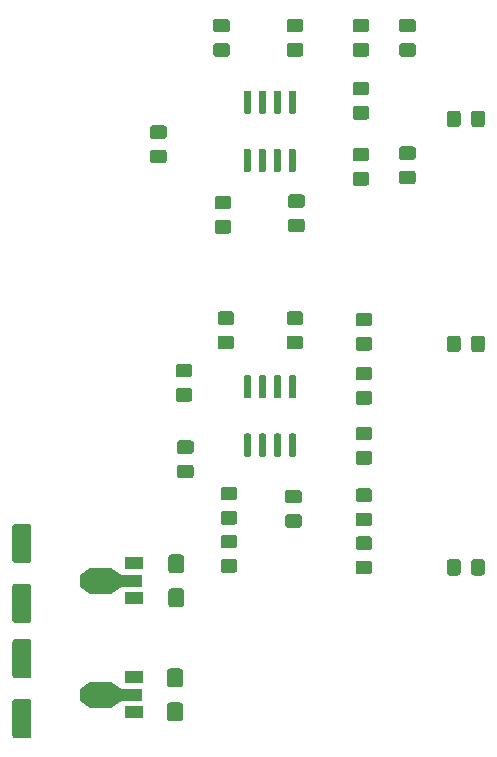
<source format=gbr>
G04 #@! TF.GenerationSoftware,KiCad,Pcbnew,5.1.5+dfsg1-2build2*
G04 #@! TF.CreationDate,2021-06-08T21:58:01-05:00*
G04 #@! TF.ProjectId,3inaudiomixer,33696e61-7564-4696-9f6d-697865722e6b,rev?*
G04 #@! TF.SameCoordinates,Original*
G04 #@! TF.FileFunction,Paste,Top*
G04 #@! TF.FilePolarity,Positive*
%FSLAX46Y46*%
G04 Gerber Fmt 4.6, Leading zero omitted, Abs format (unit mm)*
G04 Created by KiCad (PCBNEW 5.1.5+dfsg1-2build2) date 2021-06-08 21:58:01*
%MOMM*%
%LPD*%
G04 APERTURE LIST*
%ADD10C,0.100000*%
%ADD11R,1.840000X2.200000*%
%ADD12R,1.500000X1.000000*%
%ADD13R,1.800000X1.000000*%
G04 APERTURE END LIST*
D10*
G36*
X140530505Y-99711204D02*
G01*
X140554773Y-99714804D01*
X140578572Y-99720765D01*
X140601671Y-99729030D01*
X140623850Y-99739520D01*
X140644893Y-99752132D01*
X140664599Y-99766747D01*
X140682777Y-99783223D01*
X140699253Y-99801401D01*
X140713868Y-99821107D01*
X140726480Y-99842150D01*
X140736970Y-99864329D01*
X140745235Y-99887428D01*
X140751196Y-99911227D01*
X140754796Y-99935495D01*
X140756000Y-99959999D01*
X140756000Y-101035001D01*
X140754796Y-101059505D01*
X140751196Y-101083773D01*
X140745235Y-101107572D01*
X140736970Y-101130671D01*
X140726480Y-101152850D01*
X140713868Y-101173893D01*
X140699253Y-101193599D01*
X140682777Y-101211777D01*
X140664599Y-101228253D01*
X140644893Y-101242868D01*
X140623850Y-101255480D01*
X140601671Y-101265970D01*
X140578572Y-101274235D01*
X140554773Y-101280196D01*
X140530505Y-101283796D01*
X140506001Y-101285000D01*
X139655999Y-101285000D01*
X139631495Y-101283796D01*
X139607227Y-101280196D01*
X139583428Y-101274235D01*
X139560329Y-101265970D01*
X139538150Y-101255480D01*
X139517107Y-101242868D01*
X139497401Y-101228253D01*
X139479223Y-101211777D01*
X139462747Y-101193599D01*
X139448132Y-101173893D01*
X139435520Y-101152850D01*
X139425030Y-101130671D01*
X139416765Y-101107572D01*
X139410804Y-101083773D01*
X139407204Y-101059505D01*
X139406000Y-101035001D01*
X139406000Y-99959999D01*
X139407204Y-99935495D01*
X139410804Y-99911227D01*
X139416765Y-99887428D01*
X139425030Y-99864329D01*
X139435520Y-99842150D01*
X139448132Y-99821107D01*
X139462747Y-99801401D01*
X139479223Y-99783223D01*
X139497401Y-99766747D01*
X139517107Y-99752132D01*
X139538150Y-99739520D01*
X139560329Y-99729030D01*
X139583428Y-99720765D01*
X139607227Y-99714804D01*
X139631495Y-99711204D01*
X139655999Y-99710000D01*
X140506001Y-99710000D01*
X140530505Y-99711204D01*
G37*
G36*
X140530505Y-96836204D02*
G01*
X140554773Y-96839804D01*
X140578572Y-96845765D01*
X140601671Y-96854030D01*
X140623850Y-96864520D01*
X140644893Y-96877132D01*
X140664599Y-96891747D01*
X140682777Y-96908223D01*
X140699253Y-96926401D01*
X140713868Y-96946107D01*
X140726480Y-96967150D01*
X140736970Y-96989329D01*
X140745235Y-97012428D01*
X140751196Y-97036227D01*
X140754796Y-97060495D01*
X140756000Y-97084999D01*
X140756000Y-98160001D01*
X140754796Y-98184505D01*
X140751196Y-98208773D01*
X140745235Y-98232572D01*
X140736970Y-98255671D01*
X140726480Y-98277850D01*
X140713868Y-98298893D01*
X140699253Y-98318599D01*
X140682777Y-98336777D01*
X140664599Y-98353253D01*
X140644893Y-98367868D01*
X140623850Y-98380480D01*
X140601671Y-98390970D01*
X140578572Y-98399235D01*
X140554773Y-98405196D01*
X140530505Y-98408796D01*
X140506001Y-98410000D01*
X139655999Y-98410000D01*
X139631495Y-98408796D01*
X139607227Y-98405196D01*
X139583428Y-98399235D01*
X139560329Y-98390970D01*
X139538150Y-98380480D01*
X139517107Y-98367868D01*
X139497401Y-98353253D01*
X139479223Y-98336777D01*
X139462747Y-98318599D01*
X139448132Y-98298893D01*
X139435520Y-98277850D01*
X139425030Y-98255671D01*
X139416765Y-98232572D01*
X139410804Y-98208773D01*
X139407204Y-98184505D01*
X139406000Y-98160001D01*
X139406000Y-97084999D01*
X139407204Y-97060495D01*
X139410804Y-97036227D01*
X139416765Y-97012428D01*
X139425030Y-96989329D01*
X139435520Y-96967150D01*
X139448132Y-96946107D01*
X139462747Y-96926401D01*
X139479223Y-96908223D01*
X139497401Y-96891747D01*
X139517107Y-96877132D01*
X139538150Y-96864520D01*
X139560329Y-96854030D01*
X139583428Y-96845765D01*
X139607227Y-96839804D01*
X139631495Y-96836204D01*
X139655999Y-96835000D01*
X140506001Y-96835000D01*
X140530505Y-96836204D01*
G37*
G36*
X140403505Y-106488204D02*
G01*
X140427773Y-106491804D01*
X140451572Y-106497765D01*
X140474671Y-106506030D01*
X140496850Y-106516520D01*
X140517893Y-106529132D01*
X140537599Y-106543747D01*
X140555777Y-106560223D01*
X140572253Y-106578401D01*
X140586868Y-106598107D01*
X140599480Y-106619150D01*
X140609970Y-106641329D01*
X140618235Y-106664428D01*
X140624196Y-106688227D01*
X140627796Y-106712495D01*
X140629000Y-106736999D01*
X140629000Y-107812001D01*
X140627796Y-107836505D01*
X140624196Y-107860773D01*
X140618235Y-107884572D01*
X140609970Y-107907671D01*
X140599480Y-107929850D01*
X140586868Y-107950893D01*
X140572253Y-107970599D01*
X140555777Y-107988777D01*
X140537599Y-108005253D01*
X140517893Y-108019868D01*
X140496850Y-108032480D01*
X140474671Y-108042970D01*
X140451572Y-108051235D01*
X140427773Y-108057196D01*
X140403505Y-108060796D01*
X140379001Y-108062000D01*
X139528999Y-108062000D01*
X139504495Y-108060796D01*
X139480227Y-108057196D01*
X139456428Y-108051235D01*
X139433329Y-108042970D01*
X139411150Y-108032480D01*
X139390107Y-108019868D01*
X139370401Y-108005253D01*
X139352223Y-107988777D01*
X139335747Y-107970599D01*
X139321132Y-107950893D01*
X139308520Y-107929850D01*
X139298030Y-107907671D01*
X139289765Y-107884572D01*
X139283804Y-107860773D01*
X139280204Y-107836505D01*
X139279000Y-107812001D01*
X139279000Y-106736999D01*
X139280204Y-106712495D01*
X139283804Y-106688227D01*
X139289765Y-106664428D01*
X139298030Y-106641329D01*
X139308520Y-106619150D01*
X139321132Y-106598107D01*
X139335747Y-106578401D01*
X139352223Y-106560223D01*
X139370401Y-106543747D01*
X139390107Y-106529132D01*
X139411150Y-106516520D01*
X139433329Y-106506030D01*
X139456428Y-106497765D01*
X139480227Y-106491804D01*
X139504495Y-106488204D01*
X139528999Y-106487000D01*
X140379001Y-106487000D01*
X140403505Y-106488204D01*
G37*
G36*
X140403505Y-109363204D02*
G01*
X140427773Y-109366804D01*
X140451572Y-109372765D01*
X140474671Y-109381030D01*
X140496850Y-109391520D01*
X140517893Y-109404132D01*
X140537599Y-109418747D01*
X140555777Y-109435223D01*
X140572253Y-109453401D01*
X140586868Y-109473107D01*
X140599480Y-109494150D01*
X140609970Y-109516329D01*
X140618235Y-109539428D01*
X140624196Y-109563227D01*
X140627796Y-109587495D01*
X140629000Y-109611999D01*
X140629000Y-110687001D01*
X140627796Y-110711505D01*
X140624196Y-110735773D01*
X140618235Y-110759572D01*
X140609970Y-110782671D01*
X140599480Y-110804850D01*
X140586868Y-110825893D01*
X140572253Y-110845599D01*
X140555777Y-110863777D01*
X140537599Y-110880253D01*
X140517893Y-110894868D01*
X140496850Y-110907480D01*
X140474671Y-110917970D01*
X140451572Y-110926235D01*
X140427773Y-110932196D01*
X140403505Y-110935796D01*
X140379001Y-110937000D01*
X139528999Y-110937000D01*
X139504495Y-110935796D01*
X139480227Y-110932196D01*
X139456428Y-110926235D01*
X139433329Y-110917970D01*
X139411150Y-110907480D01*
X139390107Y-110894868D01*
X139370401Y-110880253D01*
X139352223Y-110863777D01*
X139335747Y-110845599D01*
X139321132Y-110825893D01*
X139308520Y-110804850D01*
X139298030Y-110782671D01*
X139289765Y-110759572D01*
X139283804Y-110735773D01*
X139280204Y-110711505D01*
X139279000Y-110687001D01*
X139279000Y-109611999D01*
X139280204Y-109587495D01*
X139283804Y-109563227D01*
X139289765Y-109539428D01*
X139298030Y-109516329D01*
X139308520Y-109494150D01*
X139321132Y-109473107D01*
X139335747Y-109453401D01*
X139352223Y-109435223D01*
X139370401Y-109418747D01*
X139390107Y-109404132D01*
X139411150Y-109391520D01*
X139433329Y-109381030D01*
X139456428Y-109372765D01*
X139480227Y-109366804D01*
X139504495Y-109363204D01*
X139528999Y-109362000D01*
X140379001Y-109362000D01*
X140403505Y-109363204D01*
G37*
G36*
X150715505Y-66346204D02*
G01*
X150739773Y-66349804D01*
X150763572Y-66355765D01*
X150786671Y-66364030D01*
X150808850Y-66374520D01*
X150829893Y-66387132D01*
X150849599Y-66401747D01*
X150867777Y-66418223D01*
X150884253Y-66436401D01*
X150898868Y-66456107D01*
X150911480Y-66477150D01*
X150921970Y-66499329D01*
X150930235Y-66522428D01*
X150936196Y-66546227D01*
X150939796Y-66570495D01*
X150941000Y-66594999D01*
X150941000Y-67245001D01*
X150939796Y-67269505D01*
X150936196Y-67293773D01*
X150930235Y-67317572D01*
X150921970Y-67340671D01*
X150911480Y-67362850D01*
X150898868Y-67383893D01*
X150884253Y-67403599D01*
X150867777Y-67421777D01*
X150849599Y-67438253D01*
X150829893Y-67452868D01*
X150808850Y-67465480D01*
X150786671Y-67475970D01*
X150763572Y-67484235D01*
X150739773Y-67490196D01*
X150715505Y-67493796D01*
X150691001Y-67495000D01*
X149790999Y-67495000D01*
X149766495Y-67493796D01*
X149742227Y-67490196D01*
X149718428Y-67484235D01*
X149695329Y-67475970D01*
X149673150Y-67465480D01*
X149652107Y-67452868D01*
X149632401Y-67438253D01*
X149614223Y-67421777D01*
X149597747Y-67403599D01*
X149583132Y-67383893D01*
X149570520Y-67362850D01*
X149560030Y-67340671D01*
X149551765Y-67317572D01*
X149545804Y-67293773D01*
X149542204Y-67269505D01*
X149541000Y-67245001D01*
X149541000Y-66594999D01*
X149542204Y-66570495D01*
X149545804Y-66546227D01*
X149551765Y-66522428D01*
X149560030Y-66499329D01*
X149570520Y-66477150D01*
X149583132Y-66456107D01*
X149597747Y-66436401D01*
X149614223Y-66418223D01*
X149632401Y-66401747D01*
X149652107Y-66387132D01*
X149673150Y-66374520D01*
X149695329Y-66364030D01*
X149718428Y-66355765D01*
X149742227Y-66349804D01*
X149766495Y-66346204D01*
X149790999Y-66345000D01*
X150691001Y-66345000D01*
X150715505Y-66346204D01*
G37*
G36*
X150715505Y-68396204D02*
G01*
X150739773Y-68399804D01*
X150763572Y-68405765D01*
X150786671Y-68414030D01*
X150808850Y-68424520D01*
X150829893Y-68437132D01*
X150849599Y-68451747D01*
X150867777Y-68468223D01*
X150884253Y-68486401D01*
X150898868Y-68506107D01*
X150911480Y-68527150D01*
X150921970Y-68549329D01*
X150930235Y-68572428D01*
X150936196Y-68596227D01*
X150939796Y-68620495D01*
X150941000Y-68644999D01*
X150941000Y-69295001D01*
X150939796Y-69319505D01*
X150936196Y-69343773D01*
X150930235Y-69367572D01*
X150921970Y-69390671D01*
X150911480Y-69412850D01*
X150898868Y-69433893D01*
X150884253Y-69453599D01*
X150867777Y-69471777D01*
X150849599Y-69488253D01*
X150829893Y-69502868D01*
X150808850Y-69515480D01*
X150786671Y-69525970D01*
X150763572Y-69534235D01*
X150739773Y-69540196D01*
X150715505Y-69543796D01*
X150691001Y-69545000D01*
X149790999Y-69545000D01*
X149766495Y-69543796D01*
X149742227Y-69540196D01*
X149718428Y-69534235D01*
X149695329Y-69525970D01*
X149673150Y-69515480D01*
X149652107Y-69502868D01*
X149632401Y-69488253D01*
X149614223Y-69471777D01*
X149597747Y-69453599D01*
X149583132Y-69433893D01*
X149570520Y-69412850D01*
X149560030Y-69390671D01*
X149551765Y-69367572D01*
X149545804Y-69343773D01*
X149542204Y-69319505D01*
X149541000Y-69295001D01*
X149541000Y-68644999D01*
X149542204Y-68620495D01*
X149545804Y-68596227D01*
X149551765Y-68572428D01*
X149560030Y-68549329D01*
X149570520Y-68527150D01*
X149583132Y-68506107D01*
X149597747Y-68486401D01*
X149614223Y-68468223D01*
X149632401Y-68451747D01*
X149652107Y-68437132D01*
X149673150Y-68424520D01*
X149695329Y-68414030D01*
X149718428Y-68405765D01*
X149742227Y-68399804D01*
X149766495Y-68396204D01*
X149790999Y-68395000D01*
X150691001Y-68395000D01*
X150715505Y-68396204D01*
G37*
G36*
X144492505Y-66473204D02*
G01*
X144516773Y-66476804D01*
X144540572Y-66482765D01*
X144563671Y-66491030D01*
X144585850Y-66501520D01*
X144606893Y-66514132D01*
X144626599Y-66528747D01*
X144644777Y-66545223D01*
X144661253Y-66563401D01*
X144675868Y-66583107D01*
X144688480Y-66604150D01*
X144698970Y-66626329D01*
X144707235Y-66649428D01*
X144713196Y-66673227D01*
X144716796Y-66697495D01*
X144718000Y-66721999D01*
X144718000Y-67372001D01*
X144716796Y-67396505D01*
X144713196Y-67420773D01*
X144707235Y-67444572D01*
X144698970Y-67467671D01*
X144688480Y-67489850D01*
X144675868Y-67510893D01*
X144661253Y-67530599D01*
X144644777Y-67548777D01*
X144626599Y-67565253D01*
X144606893Y-67579868D01*
X144585850Y-67592480D01*
X144563671Y-67602970D01*
X144540572Y-67611235D01*
X144516773Y-67617196D01*
X144492505Y-67620796D01*
X144468001Y-67622000D01*
X143567999Y-67622000D01*
X143543495Y-67620796D01*
X143519227Y-67617196D01*
X143495428Y-67611235D01*
X143472329Y-67602970D01*
X143450150Y-67592480D01*
X143429107Y-67579868D01*
X143409401Y-67565253D01*
X143391223Y-67548777D01*
X143374747Y-67530599D01*
X143360132Y-67510893D01*
X143347520Y-67489850D01*
X143337030Y-67467671D01*
X143328765Y-67444572D01*
X143322804Y-67420773D01*
X143319204Y-67396505D01*
X143318000Y-67372001D01*
X143318000Y-66721999D01*
X143319204Y-66697495D01*
X143322804Y-66673227D01*
X143328765Y-66649428D01*
X143337030Y-66626329D01*
X143347520Y-66604150D01*
X143360132Y-66583107D01*
X143374747Y-66563401D01*
X143391223Y-66545223D01*
X143409401Y-66528747D01*
X143429107Y-66514132D01*
X143450150Y-66501520D01*
X143472329Y-66491030D01*
X143495428Y-66482765D01*
X143519227Y-66476804D01*
X143543495Y-66473204D01*
X143567999Y-66472000D01*
X144468001Y-66472000D01*
X144492505Y-66473204D01*
G37*
G36*
X144492505Y-68523204D02*
G01*
X144516773Y-68526804D01*
X144540572Y-68532765D01*
X144563671Y-68541030D01*
X144585850Y-68551520D01*
X144606893Y-68564132D01*
X144626599Y-68578747D01*
X144644777Y-68595223D01*
X144661253Y-68613401D01*
X144675868Y-68633107D01*
X144688480Y-68654150D01*
X144698970Y-68676329D01*
X144707235Y-68699428D01*
X144713196Y-68723227D01*
X144716796Y-68747495D01*
X144718000Y-68771999D01*
X144718000Y-69422001D01*
X144716796Y-69446505D01*
X144713196Y-69470773D01*
X144707235Y-69494572D01*
X144698970Y-69517671D01*
X144688480Y-69539850D01*
X144675868Y-69560893D01*
X144661253Y-69580599D01*
X144644777Y-69598777D01*
X144626599Y-69615253D01*
X144606893Y-69629868D01*
X144585850Y-69642480D01*
X144563671Y-69652970D01*
X144540572Y-69661235D01*
X144516773Y-69667196D01*
X144492505Y-69670796D01*
X144468001Y-69672000D01*
X143567999Y-69672000D01*
X143543495Y-69670796D01*
X143519227Y-69667196D01*
X143495428Y-69661235D01*
X143472329Y-69652970D01*
X143450150Y-69642480D01*
X143429107Y-69629868D01*
X143409401Y-69615253D01*
X143391223Y-69598777D01*
X143374747Y-69580599D01*
X143360132Y-69560893D01*
X143347520Y-69539850D01*
X143337030Y-69517671D01*
X143328765Y-69494572D01*
X143322804Y-69470773D01*
X143319204Y-69446505D01*
X143318000Y-69422001D01*
X143318000Y-68771999D01*
X143319204Y-68747495D01*
X143322804Y-68723227D01*
X143328765Y-68699428D01*
X143337030Y-68676329D01*
X143347520Y-68654150D01*
X143360132Y-68633107D01*
X143374747Y-68613401D01*
X143391223Y-68595223D01*
X143409401Y-68578747D01*
X143429107Y-68564132D01*
X143450150Y-68551520D01*
X143472329Y-68541030D01*
X143495428Y-68532765D01*
X143519227Y-68526804D01*
X143543495Y-68523204D01*
X143567999Y-68522000D01*
X144468001Y-68522000D01*
X144492505Y-68523204D01*
G37*
G36*
X139031505Y-60504204D02*
G01*
X139055773Y-60507804D01*
X139079572Y-60513765D01*
X139102671Y-60522030D01*
X139124850Y-60532520D01*
X139145893Y-60545132D01*
X139165599Y-60559747D01*
X139183777Y-60576223D01*
X139200253Y-60594401D01*
X139214868Y-60614107D01*
X139227480Y-60635150D01*
X139237970Y-60657329D01*
X139246235Y-60680428D01*
X139252196Y-60704227D01*
X139255796Y-60728495D01*
X139257000Y-60752999D01*
X139257000Y-61403001D01*
X139255796Y-61427505D01*
X139252196Y-61451773D01*
X139246235Y-61475572D01*
X139237970Y-61498671D01*
X139227480Y-61520850D01*
X139214868Y-61541893D01*
X139200253Y-61561599D01*
X139183777Y-61579777D01*
X139165599Y-61596253D01*
X139145893Y-61610868D01*
X139124850Y-61623480D01*
X139102671Y-61633970D01*
X139079572Y-61642235D01*
X139055773Y-61648196D01*
X139031505Y-61651796D01*
X139007001Y-61653000D01*
X138106999Y-61653000D01*
X138082495Y-61651796D01*
X138058227Y-61648196D01*
X138034428Y-61642235D01*
X138011329Y-61633970D01*
X137989150Y-61623480D01*
X137968107Y-61610868D01*
X137948401Y-61596253D01*
X137930223Y-61579777D01*
X137913747Y-61561599D01*
X137899132Y-61541893D01*
X137886520Y-61520850D01*
X137876030Y-61498671D01*
X137867765Y-61475572D01*
X137861804Y-61451773D01*
X137858204Y-61427505D01*
X137857000Y-61403001D01*
X137857000Y-60752999D01*
X137858204Y-60728495D01*
X137861804Y-60704227D01*
X137867765Y-60680428D01*
X137876030Y-60657329D01*
X137886520Y-60635150D01*
X137899132Y-60614107D01*
X137913747Y-60594401D01*
X137930223Y-60576223D01*
X137948401Y-60559747D01*
X137968107Y-60545132D01*
X137989150Y-60532520D01*
X138011329Y-60522030D01*
X138034428Y-60513765D01*
X138058227Y-60507804D01*
X138082495Y-60504204D01*
X138106999Y-60503000D01*
X139007001Y-60503000D01*
X139031505Y-60504204D01*
G37*
G36*
X139031505Y-62554204D02*
G01*
X139055773Y-62557804D01*
X139079572Y-62563765D01*
X139102671Y-62572030D01*
X139124850Y-62582520D01*
X139145893Y-62595132D01*
X139165599Y-62609747D01*
X139183777Y-62626223D01*
X139200253Y-62644401D01*
X139214868Y-62664107D01*
X139227480Y-62685150D01*
X139237970Y-62707329D01*
X139246235Y-62730428D01*
X139252196Y-62754227D01*
X139255796Y-62778495D01*
X139257000Y-62802999D01*
X139257000Y-63453001D01*
X139255796Y-63477505D01*
X139252196Y-63501773D01*
X139246235Y-63525572D01*
X139237970Y-63548671D01*
X139227480Y-63570850D01*
X139214868Y-63591893D01*
X139200253Y-63611599D01*
X139183777Y-63629777D01*
X139165599Y-63646253D01*
X139145893Y-63660868D01*
X139124850Y-63673480D01*
X139102671Y-63683970D01*
X139079572Y-63692235D01*
X139055773Y-63698196D01*
X139031505Y-63701796D01*
X139007001Y-63703000D01*
X138106999Y-63703000D01*
X138082495Y-63701796D01*
X138058227Y-63698196D01*
X138034428Y-63692235D01*
X138011329Y-63683970D01*
X137989150Y-63673480D01*
X137968107Y-63660868D01*
X137948401Y-63646253D01*
X137930223Y-63629777D01*
X137913747Y-63611599D01*
X137899132Y-63591893D01*
X137886520Y-63570850D01*
X137876030Y-63548671D01*
X137867765Y-63525572D01*
X137861804Y-63501773D01*
X137858204Y-63477505D01*
X137857000Y-63453001D01*
X137857000Y-62802999D01*
X137858204Y-62778495D01*
X137861804Y-62754227D01*
X137867765Y-62730428D01*
X137876030Y-62707329D01*
X137886520Y-62685150D01*
X137899132Y-62664107D01*
X137913747Y-62644401D01*
X137930223Y-62626223D01*
X137948401Y-62609747D01*
X137968107Y-62595132D01*
X137989150Y-62582520D01*
X138011329Y-62572030D01*
X138034428Y-62563765D01*
X138058227Y-62557804D01*
X138082495Y-62554204D01*
X138106999Y-62553000D01*
X139007001Y-62553000D01*
X139031505Y-62554204D01*
G37*
G36*
X165966505Y-97218204D02*
G01*
X165990773Y-97221804D01*
X166014572Y-97227765D01*
X166037671Y-97236030D01*
X166059850Y-97246520D01*
X166080893Y-97259132D01*
X166100599Y-97273747D01*
X166118777Y-97290223D01*
X166135253Y-97308401D01*
X166149868Y-97328107D01*
X166162480Y-97349150D01*
X166172970Y-97371329D01*
X166181235Y-97394428D01*
X166187196Y-97418227D01*
X166190796Y-97442495D01*
X166192000Y-97466999D01*
X166192000Y-98367001D01*
X166190796Y-98391505D01*
X166187196Y-98415773D01*
X166181235Y-98439572D01*
X166172970Y-98462671D01*
X166162480Y-98484850D01*
X166149868Y-98505893D01*
X166135253Y-98525599D01*
X166118777Y-98543777D01*
X166100599Y-98560253D01*
X166080893Y-98574868D01*
X166059850Y-98587480D01*
X166037671Y-98597970D01*
X166014572Y-98606235D01*
X165990773Y-98612196D01*
X165966505Y-98615796D01*
X165942001Y-98617000D01*
X165291999Y-98617000D01*
X165267495Y-98615796D01*
X165243227Y-98612196D01*
X165219428Y-98606235D01*
X165196329Y-98597970D01*
X165174150Y-98587480D01*
X165153107Y-98574868D01*
X165133401Y-98560253D01*
X165115223Y-98543777D01*
X165098747Y-98525599D01*
X165084132Y-98505893D01*
X165071520Y-98484850D01*
X165061030Y-98462671D01*
X165052765Y-98439572D01*
X165046804Y-98415773D01*
X165043204Y-98391505D01*
X165042000Y-98367001D01*
X165042000Y-97466999D01*
X165043204Y-97442495D01*
X165046804Y-97418227D01*
X165052765Y-97394428D01*
X165061030Y-97371329D01*
X165071520Y-97349150D01*
X165084132Y-97328107D01*
X165098747Y-97308401D01*
X165115223Y-97290223D01*
X165133401Y-97273747D01*
X165153107Y-97259132D01*
X165174150Y-97246520D01*
X165196329Y-97236030D01*
X165219428Y-97227765D01*
X165243227Y-97221804D01*
X165267495Y-97218204D01*
X165291999Y-97217000D01*
X165942001Y-97217000D01*
X165966505Y-97218204D01*
G37*
G36*
X163916505Y-97218204D02*
G01*
X163940773Y-97221804D01*
X163964572Y-97227765D01*
X163987671Y-97236030D01*
X164009850Y-97246520D01*
X164030893Y-97259132D01*
X164050599Y-97273747D01*
X164068777Y-97290223D01*
X164085253Y-97308401D01*
X164099868Y-97328107D01*
X164112480Y-97349150D01*
X164122970Y-97371329D01*
X164131235Y-97394428D01*
X164137196Y-97418227D01*
X164140796Y-97442495D01*
X164142000Y-97466999D01*
X164142000Y-98367001D01*
X164140796Y-98391505D01*
X164137196Y-98415773D01*
X164131235Y-98439572D01*
X164122970Y-98462671D01*
X164112480Y-98484850D01*
X164099868Y-98505893D01*
X164085253Y-98525599D01*
X164068777Y-98543777D01*
X164050599Y-98560253D01*
X164030893Y-98574868D01*
X164009850Y-98587480D01*
X163987671Y-98597970D01*
X163964572Y-98606235D01*
X163940773Y-98612196D01*
X163916505Y-98615796D01*
X163892001Y-98617000D01*
X163241999Y-98617000D01*
X163217495Y-98615796D01*
X163193227Y-98612196D01*
X163169428Y-98606235D01*
X163146329Y-98597970D01*
X163124150Y-98587480D01*
X163103107Y-98574868D01*
X163083401Y-98560253D01*
X163065223Y-98543777D01*
X163048747Y-98525599D01*
X163034132Y-98505893D01*
X163021520Y-98484850D01*
X163011030Y-98462671D01*
X163002765Y-98439572D01*
X162996804Y-98415773D01*
X162993204Y-98391505D01*
X162992000Y-98367001D01*
X162992000Y-97466999D01*
X162993204Y-97442495D01*
X162996804Y-97418227D01*
X163002765Y-97394428D01*
X163011030Y-97371329D01*
X163021520Y-97349150D01*
X163034132Y-97328107D01*
X163048747Y-97308401D01*
X163065223Y-97290223D01*
X163083401Y-97273747D01*
X163103107Y-97259132D01*
X163124150Y-97246520D01*
X163146329Y-97236030D01*
X163169428Y-97227765D01*
X163193227Y-97221804D01*
X163217495Y-97218204D01*
X163241999Y-97217000D01*
X163892001Y-97217000D01*
X163916505Y-97218204D01*
G37*
G36*
X165966505Y-78295204D02*
G01*
X165990773Y-78298804D01*
X166014572Y-78304765D01*
X166037671Y-78313030D01*
X166059850Y-78323520D01*
X166080893Y-78336132D01*
X166100599Y-78350747D01*
X166118777Y-78367223D01*
X166135253Y-78385401D01*
X166149868Y-78405107D01*
X166162480Y-78426150D01*
X166172970Y-78448329D01*
X166181235Y-78471428D01*
X166187196Y-78495227D01*
X166190796Y-78519495D01*
X166192000Y-78543999D01*
X166192000Y-79444001D01*
X166190796Y-79468505D01*
X166187196Y-79492773D01*
X166181235Y-79516572D01*
X166172970Y-79539671D01*
X166162480Y-79561850D01*
X166149868Y-79582893D01*
X166135253Y-79602599D01*
X166118777Y-79620777D01*
X166100599Y-79637253D01*
X166080893Y-79651868D01*
X166059850Y-79664480D01*
X166037671Y-79674970D01*
X166014572Y-79683235D01*
X165990773Y-79689196D01*
X165966505Y-79692796D01*
X165942001Y-79694000D01*
X165291999Y-79694000D01*
X165267495Y-79692796D01*
X165243227Y-79689196D01*
X165219428Y-79683235D01*
X165196329Y-79674970D01*
X165174150Y-79664480D01*
X165153107Y-79651868D01*
X165133401Y-79637253D01*
X165115223Y-79620777D01*
X165098747Y-79602599D01*
X165084132Y-79582893D01*
X165071520Y-79561850D01*
X165061030Y-79539671D01*
X165052765Y-79516572D01*
X165046804Y-79492773D01*
X165043204Y-79468505D01*
X165042000Y-79444001D01*
X165042000Y-78543999D01*
X165043204Y-78519495D01*
X165046804Y-78495227D01*
X165052765Y-78471428D01*
X165061030Y-78448329D01*
X165071520Y-78426150D01*
X165084132Y-78405107D01*
X165098747Y-78385401D01*
X165115223Y-78367223D01*
X165133401Y-78350747D01*
X165153107Y-78336132D01*
X165174150Y-78323520D01*
X165196329Y-78313030D01*
X165219428Y-78304765D01*
X165243227Y-78298804D01*
X165267495Y-78295204D01*
X165291999Y-78294000D01*
X165942001Y-78294000D01*
X165966505Y-78295204D01*
G37*
G36*
X163916505Y-78295204D02*
G01*
X163940773Y-78298804D01*
X163964572Y-78304765D01*
X163987671Y-78313030D01*
X164009850Y-78323520D01*
X164030893Y-78336132D01*
X164050599Y-78350747D01*
X164068777Y-78367223D01*
X164085253Y-78385401D01*
X164099868Y-78405107D01*
X164112480Y-78426150D01*
X164122970Y-78448329D01*
X164131235Y-78471428D01*
X164137196Y-78495227D01*
X164140796Y-78519495D01*
X164142000Y-78543999D01*
X164142000Y-79444001D01*
X164140796Y-79468505D01*
X164137196Y-79492773D01*
X164131235Y-79516572D01*
X164122970Y-79539671D01*
X164112480Y-79561850D01*
X164099868Y-79582893D01*
X164085253Y-79602599D01*
X164068777Y-79620777D01*
X164050599Y-79637253D01*
X164030893Y-79651868D01*
X164009850Y-79664480D01*
X163987671Y-79674970D01*
X163964572Y-79683235D01*
X163940773Y-79689196D01*
X163916505Y-79692796D01*
X163892001Y-79694000D01*
X163241999Y-79694000D01*
X163217495Y-79692796D01*
X163193227Y-79689196D01*
X163169428Y-79683235D01*
X163146329Y-79674970D01*
X163124150Y-79664480D01*
X163103107Y-79651868D01*
X163083401Y-79637253D01*
X163065223Y-79620777D01*
X163048747Y-79602599D01*
X163034132Y-79582893D01*
X163021520Y-79561850D01*
X163011030Y-79539671D01*
X163002765Y-79516572D01*
X162996804Y-79492773D01*
X162993204Y-79468505D01*
X162992000Y-79444001D01*
X162992000Y-78543999D01*
X162993204Y-78519495D01*
X162996804Y-78495227D01*
X163002765Y-78471428D01*
X163011030Y-78448329D01*
X163021520Y-78426150D01*
X163034132Y-78405107D01*
X163048747Y-78385401D01*
X163065223Y-78367223D01*
X163083401Y-78350747D01*
X163103107Y-78336132D01*
X163124150Y-78323520D01*
X163146329Y-78313030D01*
X163169428Y-78304765D01*
X163193227Y-78298804D01*
X163217495Y-78295204D01*
X163241999Y-78294000D01*
X163892001Y-78294000D01*
X163916505Y-78295204D01*
G37*
G36*
X165966505Y-59245204D02*
G01*
X165990773Y-59248804D01*
X166014572Y-59254765D01*
X166037671Y-59263030D01*
X166059850Y-59273520D01*
X166080893Y-59286132D01*
X166100599Y-59300747D01*
X166118777Y-59317223D01*
X166135253Y-59335401D01*
X166149868Y-59355107D01*
X166162480Y-59376150D01*
X166172970Y-59398329D01*
X166181235Y-59421428D01*
X166187196Y-59445227D01*
X166190796Y-59469495D01*
X166192000Y-59493999D01*
X166192000Y-60394001D01*
X166190796Y-60418505D01*
X166187196Y-60442773D01*
X166181235Y-60466572D01*
X166172970Y-60489671D01*
X166162480Y-60511850D01*
X166149868Y-60532893D01*
X166135253Y-60552599D01*
X166118777Y-60570777D01*
X166100599Y-60587253D01*
X166080893Y-60601868D01*
X166059850Y-60614480D01*
X166037671Y-60624970D01*
X166014572Y-60633235D01*
X165990773Y-60639196D01*
X165966505Y-60642796D01*
X165942001Y-60644000D01*
X165291999Y-60644000D01*
X165267495Y-60642796D01*
X165243227Y-60639196D01*
X165219428Y-60633235D01*
X165196329Y-60624970D01*
X165174150Y-60614480D01*
X165153107Y-60601868D01*
X165133401Y-60587253D01*
X165115223Y-60570777D01*
X165098747Y-60552599D01*
X165084132Y-60532893D01*
X165071520Y-60511850D01*
X165061030Y-60489671D01*
X165052765Y-60466572D01*
X165046804Y-60442773D01*
X165043204Y-60418505D01*
X165042000Y-60394001D01*
X165042000Y-59493999D01*
X165043204Y-59469495D01*
X165046804Y-59445227D01*
X165052765Y-59421428D01*
X165061030Y-59398329D01*
X165071520Y-59376150D01*
X165084132Y-59355107D01*
X165098747Y-59335401D01*
X165115223Y-59317223D01*
X165133401Y-59300747D01*
X165153107Y-59286132D01*
X165174150Y-59273520D01*
X165196329Y-59263030D01*
X165219428Y-59254765D01*
X165243227Y-59248804D01*
X165267495Y-59245204D01*
X165291999Y-59244000D01*
X165942001Y-59244000D01*
X165966505Y-59245204D01*
G37*
G36*
X163916505Y-59245204D02*
G01*
X163940773Y-59248804D01*
X163964572Y-59254765D01*
X163987671Y-59263030D01*
X164009850Y-59273520D01*
X164030893Y-59286132D01*
X164050599Y-59300747D01*
X164068777Y-59317223D01*
X164085253Y-59335401D01*
X164099868Y-59355107D01*
X164112480Y-59376150D01*
X164122970Y-59398329D01*
X164131235Y-59421428D01*
X164137196Y-59445227D01*
X164140796Y-59469495D01*
X164142000Y-59493999D01*
X164142000Y-60394001D01*
X164140796Y-60418505D01*
X164137196Y-60442773D01*
X164131235Y-60466572D01*
X164122970Y-60489671D01*
X164112480Y-60511850D01*
X164099868Y-60532893D01*
X164085253Y-60552599D01*
X164068777Y-60570777D01*
X164050599Y-60587253D01*
X164030893Y-60601868D01*
X164009850Y-60614480D01*
X163987671Y-60624970D01*
X163964572Y-60633235D01*
X163940773Y-60639196D01*
X163916505Y-60642796D01*
X163892001Y-60644000D01*
X163241999Y-60644000D01*
X163217495Y-60642796D01*
X163193227Y-60639196D01*
X163169428Y-60633235D01*
X163146329Y-60624970D01*
X163124150Y-60614480D01*
X163103107Y-60601868D01*
X163083401Y-60587253D01*
X163065223Y-60570777D01*
X163048747Y-60552599D01*
X163034132Y-60532893D01*
X163021520Y-60511850D01*
X163011030Y-60489671D01*
X163002765Y-60466572D01*
X162996804Y-60442773D01*
X162993204Y-60418505D01*
X162992000Y-60394001D01*
X162992000Y-59493999D01*
X162993204Y-59469495D01*
X162996804Y-59445227D01*
X163002765Y-59421428D01*
X163011030Y-59398329D01*
X163021520Y-59376150D01*
X163034132Y-59355107D01*
X163048747Y-59335401D01*
X163065223Y-59317223D01*
X163083401Y-59300747D01*
X163103107Y-59286132D01*
X163124150Y-59273520D01*
X163146329Y-59263030D01*
X163169428Y-59254765D01*
X163193227Y-59248804D01*
X163217495Y-59245204D01*
X163241999Y-59244000D01*
X163892001Y-59244000D01*
X163916505Y-59245204D01*
G37*
G36*
X145000505Y-97225204D02*
G01*
X145024773Y-97228804D01*
X145048572Y-97234765D01*
X145071671Y-97243030D01*
X145093850Y-97253520D01*
X145114893Y-97266132D01*
X145134599Y-97280747D01*
X145152777Y-97297223D01*
X145169253Y-97315401D01*
X145183868Y-97335107D01*
X145196480Y-97356150D01*
X145206970Y-97378329D01*
X145215235Y-97401428D01*
X145221196Y-97425227D01*
X145224796Y-97449495D01*
X145226000Y-97473999D01*
X145226000Y-98124001D01*
X145224796Y-98148505D01*
X145221196Y-98172773D01*
X145215235Y-98196572D01*
X145206970Y-98219671D01*
X145196480Y-98241850D01*
X145183868Y-98262893D01*
X145169253Y-98282599D01*
X145152777Y-98300777D01*
X145134599Y-98317253D01*
X145114893Y-98331868D01*
X145093850Y-98344480D01*
X145071671Y-98354970D01*
X145048572Y-98363235D01*
X145024773Y-98369196D01*
X145000505Y-98372796D01*
X144976001Y-98374000D01*
X144075999Y-98374000D01*
X144051495Y-98372796D01*
X144027227Y-98369196D01*
X144003428Y-98363235D01*
X143980329Y-98354970D01*
X143958150Y-98344480D01*
X143937107Y-98331868D01*
X143917401Y-98317253D01*
X143899223Y-98300777D01*
X143882747Y-98282599D01*
X143868132Y-98262893D01*
X143855520Y-98241850D01*
X143845030Y-98219671D01*
X143836765Y-98196572D01*
X143830804Y-98172773D01*
X143827204Y-98148505D01*
X143826000Y-98124001D01*
X143826000Y-97473999D01*
X143827204Y-97449495D01*
X143830804Y-97425227D01*
X143836765Y-97401428D01*
X143845030Y-97378329D01*
X143855520Y-97356150D01*
X143868132Y-97335107D01*
X143882747Y-97315401D01*
X143899223Y-97297223D01*
X143917401Y-97280747D01*
X143937107Y-97266132D01*
X143958150Y-97253520D01*
X143980329Y-97243030D01*
X144003428Y-97234765D01*
X144027227Y-97228804D01*
X144051495Y-97225204D01*
X144075999Y-97224000D01*
X144976001Y-97224000D01*
X145000505Y-97225204D01*
G37*
G36*
X145000505Y-95175204D02*
G01*
X145024773Y-95178804D01*
X145048572Y-95184765D01*
X145071671Y-95193030D01*
X145093850Y-95203520D01*
X145114893Y-95216132D01*
X145134599Y-95230747D01*
X145152777Y-95247223D01*
X145169253Y-95265401D01*
X145183868Y-95285107D01*
X145196480Y-95306150D01*
X145206970Y-95328329D01*
X145215235Y-95351428D01*
X145221196Y-95375227D01*
X145224796Y-95399495D01*
X145226000Y-95423999D01*
X145226000Y-96074001D01*
X145224796Y-96098505D01*
X145221196Y-96122773D01*
X145215235Y-96146572D01*
X145206970Y-96169671D01*
X145196480Y-96191850D01*
X145183868Y-96212893D01*
X145169253Y-96232599D01*
X145152777Y-96250777D01*
X145134599Y-96267253D01*
X145114893Y-96281868D01*
X145093850Y-96294480D01*
X145071671Y-96304970D01*
X145048572Y-96313235D01*
X145024773Y-96319196D01*
X145000505Y-96322796D01*
X144976001Y-96324000D01*
X144075999Y-96324000D01*
X144051495Y-96322796D01*
X144027227Y-96319196D01*
X144003428Y-96313235D01*
X143980329Y-96304970D01*
X143958150Y-96294480D01*
X143937107Y-96281868D01*
X143917401Y-96267253D01*
X143899223Y-96250777D01*
X143882747Y-96232599D01*
X143868132Y-96212893D01*
X143855520Y-96191850D01*
X143845030Y-96169671D01*
X143836765Y-96146572D01*
X143830804Y-96122773D01*
X143827204Y-96098505D01*
X143826000Y-96074001D01*
X143826000Y-95423999D01*
X143827204Y-95399495D01*
X143830804Y-95375227D01*
X143836765Y-95351428D01*
X143845030Y-95328329D01*
X143855520Y-95306150D01*
X143868132Y-95285107D01*
X143882747Y-95265401D01*
X143899223Y-95247223D01*
X143917401Y-95230747D01*
X143937107Y-95216132D01*
X143958150Y-95203520D01*
X143980329Y-95193030D01*
X144003428Y-95184765D01*
X144027227Y-95178804D01*
X144051495Y-95175204D01*
X144075999Y-95174000D01*
X144976001Y-95174000D01*
X145000505Y-95175204D01*
G37*
G36*
X156430505Y-97352204D02*
G01*
X156454773Y-97355804D01*
X156478572Y-97361765D01*
X156501671Y-97370030D01*
X156523850Y-97380520D01*
X156544893Y-97393132D01*
X156564599Y-97407747D01*
X156582777Y-97424223D01*
X156599253Y-97442401D01*
X156613868Y-97462107D01*
X156626480Y-97483150D01*
X156636970Y-97505329D01*
X156645235Y-97528428D01*
X156651196Y-97552227D01*
X156654796Y-97576495D01*
X156656000Y-97600999D01*
X156656000Y-98251001D01*
X156654796Y-98275505D01*
X156651196Y-98299773D01*
X156645235Y-98323572D01*
X156636970Y-98346671D01*
X156626480Y-98368850D01*
X156613868Y-98389893D01*
X156599253Y-98409599D01*
X156582777Y-98427777D01*
X156564599Y-98444253D01*
X156544893Y-98458868D01*
X156523850Y-98471480D01*
X156501671Y-98481970D01*
X156478572Y-98490235D01*
X156454773Y-98496196D01*
X156430505Y-98499796D01*
X156406001Y-98501000D01*
X155505999Y-98501000D01*
X155481495Y-98499796D01*
X155457227Y-98496196D01*
X155433428Y-98490235D01*
X155410329Y-98481970D01*
X155388150Y-98471480D01*
X155367107Y-98458868D01*
X155347401Y-98444253D01*
X155329223Y-98427777D01*
X155312747Y-98409599D01*
X155298132Y-98389893D01*
X155285520Y-98368850D01*
X155275030Y-98346671D01*
X155266765Y-98323572D01*
X155260804Y-98299773D01*
X155257204Y-98275505D01*
X155256000Y-98251001D01*
X155256000Y-97600999D01*
X155257204Y-97576495D01*
X155260804Y-97552227D01*
X155266765Y-97528428D01*
X155275030Y-97505329D01*
X155285520Y-97483150D01*
X155298132Y-97462107D01*
X155312747Y-97442401D01*
X155329223Y-97424223D01*
X155347401Y-97407747D01*
X155367107Y-97393132D01*
X155388150Y-97380520D01*
X155410329Y-97370030D01*
X155433428Y-97361765D01*
X155457227Y-97355804D01*
X155481495Y-97352204D01*
X155505999Y-97351000D01*
X156406001Y-97351000D01*
X156430505Y-97352204D01*
G37*
G36*
X156430505Y-95302204D02*
G01*
X156454773Y-95305804D01*
X156478572Y-95311765D01*
X156501671Y-95320030D01*
X156523850Y-95330520D01*
X156544893Y-95343132D01*
X156564599Y-95357747D01*
X156582777Y-95374223D01*
X156599253Y-95392401D01*
X156613868Y-95412107D01*
X156626480Y-95433150D01*
X156636970Y-95455329D01*
X156645235Y-95478428D01*
X156651196Y-95502227D01*
X156654796Y-95526495D01*
X156656000Y-95550999D01*
X156656000Y-96201001D01*
X156654796Y-96225505D01*
X156651196Y-96249773D01*
X156645235Y-96273572D01*
X156636970Y-96296671D01*
X156626480Y-96318850D01*
X156613868Y-96339893D01*
X156599253Y-96359599D01*
X156582777Y-96377777D01*
X156564599Y-96394253D01*
X156544893Y-96408868D01*
X156523850Y-96421480D01*
X156501671Y-96431970D01*
X156478572Y-96440235D01*
X156454773Y-96446196D01*
X156430505Y-96449796D01*
X156406001Y-96451000D01*
X155505999Y-96451000D01*
X155481495Y-96449796D01*
X155457227Y-96446196D01*
X155433428Y-96440235D01*
X155410329Y-96431970D01*
X155388150Y-96421480D01*
X155367107Y-96408868D01*
X155347401Y-96394253D01*
X155329223Y-96377777D01*
X155312747Y-96359599D01*
X155298132Y-96339893D01*
X155285520Y-96318850D01*
X155275030Y-96296671D01*
X155266765Y-96273572D01*
X155260804Y-96249773D01*
X155257204Y-96225505D01*
X155256000Y-96201001D01*
X155256000Y-95550999D01*
X155257204Y-95526495D01*
X155260804Y-95502227D01*
X155266765Y-95478428D01*
X155275030Y-95455329D01*
X155285520Y-95433150D01*
X155298132Y-95412107D01*
X155312747Y-95392401D01*
X155329223Y-95374223D01*
X155347401Y-95357747D01*
X155367107Y-95343132D01*
X155388150Y-95330520D01*
X155410329Y-95320030D01*
X155433428Y-95311765D01*
X155457227Y-95305804D01*
X155481495Y-95302204D01*
X155505999Y-95301000D01*
X156406001Y-95301000D01*
X156430505Y-95302204D01*
G37*
G36*
X156430505Y-91238204D02*
G01*
X156454773Y-91241804D01*
X156478572Y-91247765D01*
X156501671Y-91256030D01*
X156523850Y-91266520D01*
X156544893Y-91279132D01*
X156564599Y-91293747D01*
X156582777Y-91310223D01*
X156599253Y-91328401D01*
X156613868Y-91348107D01*
X156626480Y-91369150D01*
X156636970Y-91391329D01*
X156645235Y-91414428D01*
X156651196Y-91438227D01*
X156654796Y-91462495D01*
X156656000Y-91486999D01*
X156656000Y-92137001D01*
X156654796Y-92161505D01*
X156651196Y-92185773D01*
X156645235Y-92209572D01*
X156636970Y-92232671D01*
X156626480Y-92254850D01*
X156613868Y-92275893D01*
X156599253Y-92295599D01*
X156582777Y-92313777D01*
X156564599Y-92330253D01*
X156544893Y-92344868D01*
X156523850Y-92357480D01*
X156501671Y-92367970D01*
X156478572Y-92376235D01*
X156454773Y-92382196D01*
X156430505Y-92385796D01*
X156406001Y-92387000D01*
X155505999Y-92387000D01*
X155481495Y-92385796D01*
X155457227Y-92382196D01*
X155433428Y-92376235D01*
X155410329Y-92367970D01*
X155388150Y-92357480D01*
X155367107Y-92344868D01*
X155347401Y-92330253D01*
X155329223Y-92313777D01*
X155312747Y-92295599D01*
X155298132Y-92275893D01*
X155285520Y-92254850D01*
X155275030Y-92232671D01*
X155266765Y-92209572D01*
X155260804Y-92185773D01*
X155257204Y-92161505D01*
X155256000Y-92137001D01*
X155256000Y-91486999D01*
X155257204Y-91462495D01*
X155260804Y-91438227D01*
X155266765Y-91414428D01*
X155275030Y-91391329D01*
X155285520Y-91369150D01*
X155298132Y-91348107D01*
X155312747Y-91328401D01*
X155329223Y-91310223D01*
X155347401Y-91293747D01*
X155367107Y-91279132D01*
X155388150Y-91266520D01*
X155410329Y-91256030D01*
X155433428Y-91247765D01*
X155457227Y-91241804D01*
X155481495Y-91238204D01*
X155505999Y-91237000D01*
X156406001Y-91237000D01*
X156430505Y-91238204D01*
G37*
G36*
X156430505Y-93288204D02*
G01*
X156454773Y-93291804D01*
X156478572Y-93297765D01*
X156501671Y-93306030D01*
X156523850Y-93316520D01*
X156544893Y-93329132D01*
X156564599Y-93343747D01*
X156582777Y-93360223D01*
X156599253Y-93378401D01*
X156613868Y-93398107D01*
X156626480Y-93419150D01*
X156636970Y-93441329D01*
X156645235Y-93464428D01*
X156651196Y-93488227D01*
X156654796Y-93512495D01*
X156656000Y-93536999D01*
X156656000Y-94187001D01*
X156654796Y-94211505D01*
X156651196Y-94235773D01*
X156645235Y-94259572D01*
X156636970Y-94282671D01*
X156626480Y-94304850D01*
X156613868Y-94325893D01*
X156599253Y-94345599D01*
X156582777Y-94363777D01*
X156564599Y-94380253D01*
X156544893Y-94394868D01*
X156523850Y-94407480D01*
X156501671Y-94417970D01*
X156478572Y-94426235D01*
X156454773Y-94432196D01*
X156430505Y-94435796D01*
X156406001Y-94437000D01*
X155505999Y-94437000D01*
X155481495Y-94435796D01*
X155457227Y-94432196D01*
X155433428Y-94426235D01*
X155410329Y-94417970D01*
X155388150Y-94407480D01*
X155367107Y-94394868D01*
X155347401Y-94380253D01*
X155329223Y-94363777D01*
X155312747Y-94345599D01*
X155298132Y-94325893D01*
X155285520Y-94304850D01*
X155275030Y-94282671D01*
X155266765Y-94259572D01*
X155260804Y-94235773D01*
X155257204Y-94211505D01*
X155256000Y-94187001D01*
X155256000Y-93536999D01*
X155257204Y-93512495D01*
X155260804Y-93488227D01*
X155266765Y-93464428D01*
X155275030Y-93441329D01*
X155285520Y-93419150D01*
X155298132Y-93398107D01*
X155312747Y-93378401D01*
X155329223Y-93360223D01*
X155347401Y-93343747D01*
X155367107Y-93329132D01*
X155388150Y-93316520D01*
X155410329Y-93306030D01*
X155433428Y-93297765D01*
X155457227Y-93291804D01*
X155481495Y-93288204D01*
X155505999Y-93287000D01*
X156406001Y-93287000D01*
X156430505Y-93288204D01*
G37*
G36*
X150461505Y-93415204D02*
G01*
X150485773Y-93418804D01*
X150509572Y-93424765D01*
X150532671Y-93433030D01*
X150554850Y-93443520D01*
X150575893Y-93456132D01*
X150595599Y-93470747D01*
X150613777Y-93487223D01*
X150630253Y-93505401D01*
X150644868Y-93525107D01*
X150657480Y-93546150D01*
X150667970Y-93568329D01*
X150676235Y-93591428D01*
X150682196Y-93615227D01*
X150685796Y-93639495D01*
X150687000Y-93663999D01*
X150687000Y-94314001D01*
X150685796Y-94338505D01*
X150682196Y-94362773D01*
X150676235Y-94386572D01*
X150667970Y-94409671D01*
X150657480Y-94431850D01*
X150644868Y-94452893D01*
X150630253Y-94472599D01*
X150613777Y-94490777D01*
X150595599Y-94507253D01*
X150575893Y-94521868D01*
X150554850Y-94534480D01*
X150532671Y-94544970D01*
X150509572Y-94553235D01*
X150485773Y-94559196D01*
X150461505Y-94562796D01*
X150437001Y-94564000D01*
X149536999Y-94564000D01*
X149512495Y-94562796D01*
X149488227Y-94559196D01*
X149464428Y-94553235D01*
X149441329Y-94544970D01*
X149419150Y-94534480D01*
X149398107Y-94521868D01*
X149378401Y-94507253D01*
X149360223Y-94490777D01*
X149343747Y-94472599D01*
X149329132Y-94452893D01*
X149316520Y-94431850D01*
X149306030Y-94409671D01*
X149297765Y-94386572D01*
X149291804Y-94362773D01*
X149288204Y-94338505D01*
X149287000Y-94314001D01*
X149287000Y-93663999D01*
X149288204Y-93639495D01*
X149291804Y-93615227D01*
X149297765Y-93591428D01*
X149306030Y-93568329D01*
X149316520Y-93546150D01*
X149329132Y-93525107D01*
X149343747Y-93505401D01*
X149360223Y-93487223D01*
X149378401Y-93470747D01*
X149398107Y-93456132D01*
X149419150Y-93443520D01*
X149441329Y-93433030D01*
X149464428Y-93424765D01*
X149488227Y-93418804D01*
X149512495Y-93415204D01*
X149536999Y-93414000D01*
X150437001Y-93414000D01*
X150461505Y-93415204D01*
G37*
G36*
X150461505Y-91365204D02*
G01*
X150485773Y-91368804D01*
X150509572Y-91374765D01*
X150532671Y-91383030D01*
X150554850Y-91393520D01*
X150575893Y-91406132D01*
X150595599Y-91420747D01*
X150613777Y-91437223D01*
X150630253Y-91455401D01*
X150644868Y-91475107D01*
X150657480Y-91496150D01*
X150667970Y-91518329D01*
X150676235Y-91541428D01*
X150682196Y-91565227D01*
X150685796Y-91589495D01*
X150687000Y-91613999D01*
X150687000Y-92264001D01*
X150685796Y-92288505D01*
X150682196Y-92312773D01*
X150676235Y-92336572D01*
X150667970Y-92359671D01*
X150657480Y-92381850D01*
X150644868Y-92402893D01*
X150630253Y-92422599D01*
X150613777Y-92440777D01*
X150595599Y-92457253D01*
X150575893Y-92471868D01*
X150554850Y-92484480D01*
X150532671Y-92494970D01*
X150509572Y-92503235D01*
X150485773Y-92509196D01*
X150461505Y-92512796D01*
X150437001Y-92514000D01*
X149536999Y-92514000D01*
X149512495Y-92512796D01*
X149488227Y-92509196D01*
X149464428Y-92503235D01*
X149441329Y-92494970D01*
X149419150Y-92484480D01*
X149398107Y-92471868D01*
X149378401Y-92457253D01*
X149360223Y-92440777D01*
X149343747Y-92422599D01*
X149329132Y-92402893D01*
X149316520Y-92381850D01*
X149306030Y-92359671D01*
X149297765Y-92336572D01*
X149291804Y-92312773D01*
X149288204Y-92288505D01*
X149287000Y-92264001D01*
X149287000Y-91613999D01*
X149288204Y-91589495D01*
X149291804Y-91565227D01*
X149297765Y-91541428D01*
X149306030Y-91518329D01*
X149316520Y-91496150D01*
X149329132Y-91475107D01*
X149343747Y-91455401D01*
X149360223Y-91437223D01*
X149378401Y-91420747D01*
X149398107Y-91406132D01*
X149419150Y-91393520D01*
X149441329Y-91383030D01*
X149464428Y-91374765D01*
X149488227Y-91368804D01*
X149512495Y-91365204D01*
X149536999Y-91364000D01*
X150437001Y-91364000D01*
X150461505Y-91365204D01*
G37*
G36*
X144746505Y-78302204D02*
G01*
X144770773Y-78305804D01*
X144794572Y-78311765D01*
X144817671Y-78320030D01*
X144839850Y-78330520D01*
X144860893Y-78343132D01*
X144880599Y-78357747D01*
X144898777Y-78374223D01*
X144915253Y-78392401D01*
X144929868Y-78412107D01*
X144942480Y-78433150D01*
X144952970Y-78455329D01*
X144961235Y-78478428D01*
X144967196Y-78502227D01*
X144970796Y-78526495D01*
X144972000Y-78550999D01*
X144972000Y-79201001D01*
X144970796Y-79225505D01*
X144967196Y-79249773D01*
X144961235Y-79273572D01*
X144952970Y-79296671D01*
X144942480Y-79318850D01*
X144929868Y-79339893D01*
X144915253Y-79359599D01*
X144898777Y-79377777D01*
X144880599Y-79394253D01*
X144860893Y-79408868D01*
X144839850Y-79421480D01*
X144817671Y-79431970D01*
X144794572Y-79440235D01*
X144770773Y-79446196D01*
X144746505Y-79449796D01*
X144722001Y-79451000D01*
X143821999Y-79451000D01*
X143797495Y-79449796D01*
X143773227Y-79446196D01*
X143749428Y-79440235D01*
X143726329Y-79431970D01*
X143704150Y-79421480D01*
X143683107Y-79408868D01*
X143663401Y-79394253D01*
X143645223Y-79377777D01*
X143628747Y-79359599D01*
X143614132Y-79339893D01*
X143601520Y-79318850D01*
X143591030Y-79296671D01*
X143582765Y-79273572D01*
X143576804Y-79249773D01*
X143573204Y-79225505D01*
X143572000Y-79201001D01*
X143572000Y-78550999D01*
X143573204Y-78526495D01*
X143576804Y-78502227D01*
X143582765Y-78478428D01*
X143591030Y-78455329D01*
X143601520Y-78433150D01*
X143614132Y-78412107D01*
X143628747Y-78392401D01*
X143645223Y-78374223D01*
X143663401Y-78357747D01*
X143683107Y-78343132D01*
X143704150Y-78330520D01*
X143726329Y-78320030D01*
X143749428Y-78311765D01*
X143773227Y-78305804D01*
X143797495Y-78302204D01*
X143821999Y-78301000D01*
X144722001Y-78301000D01*
X144746505Y-78302204D01*
G37*
G36*
X144746505Y-76252204D02*
G01*
X144770773Y-76255804D01*
X144794572Y-76261765D01*
X144817671Y-76270030D01*
X144839850Y-76280520D01*
X144860893Y-76293132D01*
X144880599Y-76307747D01*
X144898777Y-76324223D01*
X144915253Y-76342401D01*
X144929868Y-76362107D01*
X144942480Y-76383150D01*
X144952970Y-76405329D01*
X144961235Y-76428428D01*
X144967196Y-76452227D01*
X144970796Y-76476495D01*
X144972000Y-76500999D01*
X144972000Y-77151001D01*
X144970796Y-77175505D01*
X144967196Y-77199773D01*
X144961235Y-77223572D01*
X144952970Y-77246671D01*
X144942480Y-77268850D01*
X144929868Y-77289893D01*
X144915253Y-77309599D01*
X144898777Y-77327777D01*
X144880599Y-77344253D01*
X144860893Y-77358868D01*
X144839850Y-77371480D01*
X144817671Y-77381970D01*
X144794572Y-77390235D01*
X144770773Y-77396196D01*
X144746505Y-77399796D01*
X144722001Y-77401000D01*
X143821999Y-77401000D01*
X143797495Y-77399796D01*
X143773227Y-77396196D01*
X143749428Y-77390235D01*
X143726329Y-77381970D01*
X143704150Y-77371480D01*
X143683107Y-77358868D01*
X143663401Y-77344253D01*
X143645223Y-77327777D01*
X143628747Y-77309599D01*
X143614132Y-77289893D01*
X143601520Y-77268850D01*
X143591030Y-77246671D01*
X143582765Y-77223572D01*
X143576804Y-77199773D01*
X143573204Y-77175505D01*
X143572000Y-77151001D01*
X143572000Y-76500999D01*
X143573204Y-76476495D01*
X143576804Y-76452227D01*
X143582765Y-76428428D01*
X143591030Y-76405329D01*
X143601520Y-76383150D01*
X143614132Y-76362107D01*
X143628747Y-76342401D01*
X143645223Y-76324223D01*
X143663401Y-76307747D01*
X143683107Y-76293132D01*
X143704150Y-76280520D01*
X143726329Y-76270030D01*
X143749428Y-76261765D01*
X143773227Y-76255804D01*
X143797495Y-76252204D01*
X143821999Y-76251000D01*
X144722001Y-76251000D01*
X144746505Y-76252204D01*
G37*
G36*
X150588505Y-76252204D02*
G01*
X150612773Y-76255804D01*
X150636572Y-76261765D01*
X150659671Y-76270030D01*
X150681850Y-76280520D01*
X150702893Y-76293132D01*
X150722599Y-76307747D01*
X150740777Y-76324223D01*
X150757253Y-76342401D01*
X150771868Y-76362107D01*
X150784480Y-76383150D01*
X150794970Y-76405329D01*
X150803235Y-76428428D01*
X150809196Y-76452227D01*
X150812796Y-76476495D01*
X150814000Y-76500999D01*
X150814000Y-77151001D01*
X150812796Y-77175505D01*
X150809196Y-77199773D01*
X150803235Y-77223572D01*
X150794970Y-77246671D01*
X150784480Y-77268850D01*
X150771868Y-77289893D01*
X150757253Y-77309599D01*
X150740777Y-77327777D01*
X150722599Y-77344253D01*
X150702893Y-77358868D01*
X150681850Y-77371480D01*
X150659671Y-77381970D01*
X150636572Y-77390235D01*
X150612773Y-77396196D01*
X150588505Y-77399796D01*
X150564001Y-77401000D01*
X149663999Y-77401000D01*
X149639495Y-77399796D01*
X149615227Y-77396196D01*
X149591428Y-77390235D01*
X149568329Y-77381970D01*
X149546150Y-77371480D01*
X149525107Y-77358868D01*
X149505401Y-77344253D01*
X149487223Y-77327777D01*
X149470747Y-77309599D01*
X149456132Y-77289893D01*
X149443520Y-77268850D01*
X149433030Y-77246671D01*
X149424765Y-77223572D01*
X149418804Y-77199773D01*
X149415204Y-77175505D01*
X149414000Y-77151001D01*
X149414000Y-76500999D01*
X149415204Y-76476495D01*
X149418804Y-76452227D01*
X149424765Y-76428428D01*
X149433030Y-76405329D01*
X149443520Y-76383150D01*
X149456132Y-76362107D01*
X149470747Y-76342401D01*
X149487223Y-76324223D01*
X149505401Y-76307747D01*
X149525107Y-76293132D01*
X149546150Y-76280520D01*
X149568329Y-76270030D01*
X149591428Y-76261765D01*
X149615227Y-76255804D01*
X149639495Y-76252204D01*
X149663999Y-76251000D01*
X150564001Y-76251000D01*
X150588505Y-76252204D01*
G37*
G36*
X150588505Y-78302204D02*
G01*
X150612773Y-78305804D01*
X150636572Y-78311765D01*
X150659671Y-78320030D01*
X150681850Y-78330520D01*
X150702893Y-78343132D01*
X150722599Y-78357747D01*
X150740777Y-78374223D01*
X150757253Y-78392401D01*
X150771868Y-78412107D01*
X150784480Y-78433150D01*
X150794970Y-78455329D01*
X150803235Y-78478428D01*
X150809196Y-78502227D01*
X150812796Y-78526495D01*
X150814000Y-78550999D01*
X150814000Y-79201001D01*
X150812796Y-79225505D01*
X150809196Y-79249773D01*
X150803235Y-79273572D01*
X150794970Y-79296671D01*
X150784480Y-79318850D01*
X150771868Y-79339893D01*
X150757253Y-79359599D01*
X150740777Y-79377777D01*
X150722599Y-79394253D01*
X150702893Y-79408868D01*
X150681850Y-79421480D01*
X150659671Y-79431970D01*
X150636572Y-79440235D01*
X150612773Y-79446196D01*
X150588505Y-79449796D01*
X150564001Y-79451000D01*
X149663999Y-79451000D01*
X149639495Y-79449796D01*
X149615227Y-79446196D01*
X149591428Y-79440235D01*
X149568329Y-79431970D01*
X149546150Y-79421480D01*
X149525107Y-79408868D01*
X149505401Y-79394253D01*
X149487223Y-79377777D01*
X149470747Y-79359599D01*
X149456132Y-79339893D01*
X149443520Y-79318850D01*
X149433030Y-79296671D01*
X149424765Y-79273572D01*
X149418804Y-79249773D01*
X149415204Y-79225505D01*
X149414000Y-79201001D01*
X149414000Y-78550999D01*
X149415204Y-78526495D01*
X149418804Y-78502227D01*
X149424765Y-78478428D01*
X149433030Y-78455329D01*
X149443520Y-78433150D01*
X149456132Y-78412107D01*
X149470747Y-78392401D01*
X149487223Y-78374223D01*
X149505401Y-78357747D01*
X149525107Y-78343132D01*
X149546150Y-78330520D01*
X149568329Y-78320030D01*
X149591428Y-78311765D01*
X149615227Y-78305804D01*
X149639495Y-78302204D01*
X149663999Y-78301000D01*
X150564001Y-78301000D01*
X150588505Y-78302204D01*
G37*
G36*
X144365505Y-51487204D02*
G01*
X144389773Y-51490804D01*
X144413572Y-51496765D01*
X144436671Y-51505030D01*
X144458850Y-51515520D01*
X144479893Y-51528132D01*
X144499599Y-51542747D01*
X144517777Y-51559223D01*
X144534253Y-51577401D01*
X144548868Y-51597107D01*
X144561480Y-51618150D01*
X144571970Y-51640329D01*
X144580235Y-51663428D01*
X144586196Y-51687227D01*
X144589796Y-51711495D01*
X144591000Y-51735999D01*
X144591000Y-52386001D01*
X144589796Y-52410505D01*
X144586196Y-52434773D01*
X144580235Y-52458572D01*
X144571970Y-52481671D01*
X144561480Y-52503850D01*
X144548868Y-52524893D01*
X144534253Y-52544599D01*
X144517777Y-52562777D01*
X144499599Y-52579253D01*
X144479893Y-52593868D01*
X144458850Y-52606480D01*
X144436671Y-52616970D01*
X144413572Y-52625235D01*
X144389773Y-52631196D01*
X144365505Y-52634796D01*
X144341001Y-52636000D01*
X143440999Y-52636000D01*
X143416495Y-52634796D01*
X143392227Y-52631196D01*
X143368428Y-52625235D01*
X143345329Y-52616970D01*
X143323150Y-52606480D01*
X143302107Y-52593868D01*
X143282401Y-52579253D01*
X143264223Y-52562777D01*
X143247747Y-52544599D01*
X143233132Y-52524893D01*
X143220520Y-52503850D01*
X143210030Y-52481671D01*
X143201765Y-52458572D01*
X143195804Y-52434773D01*
X143192204Y-52410505D01*
X143191000Y-52386001D01*
X143191000Y-51735999D01*
X143192204Y-51711495D01*
X143195804Y-51687227D01*
X143201765Y-51663428D01*
X143210030Y-51640329D01*
X143220520Y-51618150D01*
X143233132Y-51597107D01*
X143247747Y-51577401D01*
X143264223Y-51559223D01*
X143282401Y-51542747D01*
X143302107Y-51528132D01*
X143323150Y-51515520D01*
X143345329Y-51505030D01*
X143368428Y-51496765D01*
X143392227Y-51490804D01*
X143416495Y-51487204D01*
X143440999Y-51486000D01*
X144341001Y-51486000D01*
X144365505Y-51487204D01*
G37*
G36*
X144365505Y-53537204D02*
G01*
X144389773Y-53540804D01*
X144413572Y-53546765D01*
X144436671Y-53555030D01*
X144458850Y-53565520D01*
X144479893Y-53578132D01*
X144499599Y-53592747D01*
X144517777Y-53609223D01*
X144534253Y-53627401D01*
X144548868Y-53647107D01*
X144561480Y-53668150D01*
X144571970Y-53690329D01*
X144580235Y-53713428D01*
X144586196Y-53737227D01*
X144589796Y-53761495D01*
X144591000Y-53785999D01*
X144591000Y-54436001D01*
X144589796Y-54460505D01*
X144586196Y-54484773D01*
X144580235Y-54508572D01*
X144571970Y-54531671D01*
X144561480Y-54553850D01*
X144548868Y-54574893D01*
X144534253Y-54594599D01*
X144517777Y-54612777D01*
X144499599Y-54629253D01*
X144479893Y-54643868D01*
X144458850Y-54656480D01*
X144436671Y-54666970D01*
X144413572Y-54675235D01*
X144389773Y-54681196D01*
X144365505Y-54684796D01*
X144341001Y-54686000D01*
X143440999Y-54686000D01*
X143416495Y-54684796D01*
X143392227Y-54681196D01*
X143368428Y-54675235D01*
X143345329Y-54666970D01*
X143323150Y-54656480D01*
X143302107Y-54643868D01*
X143282401Y-54629253D01*
X143264223Y-54612777D01*
X143247747Y-54594599D01*
X143233132Y-54574893D01*
X143220520Y-54553850D01*
X143210030Y-54531671D01*
X143201765Y-54508572D01*
X143195804Y-54484773D01*
X143192204Y-54460505D01*
X143191000Y-54436001D01*
X143191000Y-53785999D01*
X143192204Y-53761495D01*
X143195804Y-53737227D01*
X143201765Y-53713428D01*
X143210030Y-53690329D01*
X143220520Y-53668150D01*
X143233132Y-53647107D01*
X143247747Y-53627401D01*
X143264223Y-53609223D01*
X143282401Y-53592747D01*
X143302107Y-53578132D01*
X143323150Y-53565520D01*
X143345329Y-53555030D01*
X143368428Y-53546765D01*
X143392227Y-53540804D01*
X143416495Y-53537204D01*
X143440999Y-53536000D01*
X144341001Y-53536000D01*
X144365505Y-53537204D01*
G37*
G36*
X150588505Y-51487204D02*
G01*
X150612773Y-51490804D01*
X150636572Y-51496765D01*
X150659671Y-51505030D01*
X150681850Y-51515520D01*
X150702893Y-51528132D01*
X150722599Y-51542747D01*
X150740777Y-51559223D01*
X150757253Y-51577401D01*
X150771868Y-51597107D01*
X150784480Y-51618150D01*
X150794970Y-51640329D01*
X150803235Y-51663428D01*
X150809196Y-51687227D01*
X150812796Y-51711495D01*
X150814000Y-51735999D01*
X150814000Y-52386001D01*
X150812796Y-52410505D01*
X150809196Y-52434773D01*
X150803235Y-52458572D01*
X150794970Y-52481671D01*
X150784480Y-52503850D01*
X150771868Y-52524893D01*
X150757253Y-52544599D01*
X150740777Y-52562777D01*
X150722599Y-52579253D01*
X150702893Y-52593868D01*
X150681850Y-52606480D01*
X150659671Y-52616970D01*
X150636572Y-52625235D01*
X150612773Y-52631196D01*
X150588505Y-52634796D01*
X150564001Y-52636000D01*
X149663999Y-52636000D01*
X149639495Y-52634796D01*
X149615227Y-52631196D01*
X149591428Y-52625235D01*
X149568329Y-52616970D01*
X149546150Y-52606480D01*
X149525107Y-52593868D01*
X149505401Y-52579253D01*
X149487223Y-52562777D01*
X149470747Y-52544599D01*
X149456132Y-52524893D01*
X149443520Y-52503850D01*
X149433030Y-52481671D01*
X149424765Y-52458572D01*
X149418804Y-52434773D01*
X149415204Y-52410505D01*
X149414000Y-52386001D01*
X149414000Y-51735999D01*
X149415204Y-51711495D01*
X149418804Y-51687227D01*
X149424765Y-51663428D01*
X149433030Y-51640329D01*
X149443520Y-51618150D01*
X149456132Y-51597107D01*
X149470747Y-51577401D01*
X149487223Y-51559223D01*
X149505401Y-51542747D01*
X149525107Y-51528132D01*
X149546150Y-51515520D01*
X149568329Y-51505030D01*
X149591428Y-51496765D01*
X149615227Y-51490804D01*
X149639495Y-51487204D01*
X149663999Y-51486000D01*
X150564001Y-51486000D01*
X150588505Y-51487204D01*
G37*
G36*
X150588505Y-53537204D02*
G01*
X150612773Y-53540804D01*
X150636572Y-53546765D01*
X150659671Y-53555030D01*
X150681850Y-53565520D01*
X150702893Y-53578132D01*
X150722599Y-53592747D01*
X150740777Y-53609223D01*
X150757253Y-53627401D01*
X150771868Y-53647107D01*
X150784480Y-53668150D01*
X150794970Y-53690329D01*
X150803235Y-53713428D01*
X150809196Y-53737227D01*
X150812796Y-53761495D01*
X150814000Y-53785999D01*
X150814000Y-54436001D01*
X150812796Y-54460505D01*
X150809196Y-54484773D01*
X150803235Y-54508572D01*
X150794970Y-54531671D01*
X150784480Y-54553850D01*
X150771868Y-54574893D01*
X150757253Y-54594599D01*
X150740777Y-54612777D01*
X150722599Y-54629253D01*
X150702893Y-54643868D01*
X150681850Y-54656480D01*
X150659671Y-54666970D01*
X150636572Y-54675235D01*
X150612773Y-54681196D01*
X150588505Y-54684796D01*
X150564001Y-54686000D01*
X149663999Y-54686000D01*
X149639495Y-54684796D01*
X149615227Y-54681196D01*
X149591428Y-54675235D01*
X149568329Y-54666970D01*
X149546150Y-54656480D01*
X149525107Y-54643868D01*
X149505401Y-54629253D01*
X149487223Y-54612777D01*
X149470747Y-54594599D01*
X149456132Y-54574893D01*
X149443520Y-54553850D01*
X149433030Y-54531671D01*
X149424765Y-54508572D01*
X149418804Y-54484773D01*
X149415204Y-54460505D01*
X149414000Y-54436001D01*
X149414000Y-53785999D01*
X149415204Y-53761495D01*
X149418804Y-53737227D01*
X149424765Y-53713428D01*
X149433030Y-53690329D01*
X149443520Y-53668150D01*
X149456132Y-53647107D01*
X149470747Y-53627401D01*
X149487223Y-53609223D01*
X149505401Y-53592747D01*
X149525107Y-53578132D01*
X149546150Y-53565520D01*
X149568329Y-53555030D01*
X149591428Y-53546765D01*
X149615227Y-53540804D01*
X149639495Y-53537204D01*
X149663999Y-53536000D01*
X150564001Y-53536000D01*
X150588505Y-53537204D01*
G37*
G36*
X156176505Y-51487204D02*
G01*
X156200773Y-51490804D01*
X156224572Y-51496765D01*
X156247671Y-51505030D01*
X156269850Y-51515520D01*
X156290893Y-51528132D01*
X156310599Y-51542747D01*
X156328777Y-51559223D01*
X156345253Y-51577401D01*
X156359868Y-51597107D01*
X156372480Y-51618150D01*
X156382970Y-51640329D01*
X156391235Y-51663428D01*
X156397196Y-51687227D01*
X156400796Y-51711495D01*
X156402000Y-51735999D01*
X156402000Y-52386001D01*
X156400796Y-52410505D01*
X156397196Y-52434773D01*
X156391235Y-52458572D01*
X156382970Y-52481671D01*
X156372480Y-52503850D01*
X156359868Y-52524893D01*
X156345253Y-52544599D01*
X156328777Y-52562777D01*
X156310599Y-52579253D01*
X156290893Y-52593868D01*
X156269850Y-52606480D01*
X156247671Y-52616970D01*
X156224572Y-52625235D01*
X156200773Y-52631196D01*
X156176505Y-52634796D01*
X156152001Y-52636000D01*
X155251999Y-52636000D01*
X155227495Y-52634796D01*
X155203227Y-52631196D01*
X155179428Y-52625235D01*
X155156329Y-52616970D01*
X155134150Y-52606480D01*
X155113107Y-52593868D01*
X155093401Y-52579253D01*
X155075223Y-52562777D01*
X155058747Y-52544599D01*
X155044132Y-52524893D01*
X155031520Y-52503850D01*
X155021030Y-52481671D01*
X155012765Y-52458572D01*
X155006804Y-52434773D01*
X155003204Y-52410505D01*
X155002000Y-52386001D01*
X155002000Y-51735999D01*
X155003204Y-51711495D01*
X155006804Y-51687227D01*
X155012765Y-51663428D01*
X155021030Y-51640329D01*
X155031520Y-51618150D01*
X155044132Y-51597107D01*
X155058747Y-51577401D01*
X155075223Y-51559223D01*
X155093401Y-51542747D01*
X155113107Y-51528132D01*
X155134150Y-51515520D01*
X155156329Y-51505030D01*
X155179428Y-51496765D01*
X155203227Y-51490804D01*
X155227495Y-51487204D01*
X155251999Y-51486000D01*
X156152001Y-51486000D01*
X156176505Y-51487204D01*
G37*
G36*
X156176505Y-53537204D02*
G01*
X156200773Y-53540804D01*
X156224572Y-53546765D01*
X156247671Y-53555030D01*
X156269850Y-53565520D01*
X156290893Y-53578132D01*
X156310599Y-53592747D01*
X156328777Y-53609223D01*
X156345253Y-53627401D01*
X156359868Y-53647107D01*
X156372480Y-53668150D01*
X156382970Y-53690329D01*
X156391235Y-53713428D01*
X156397196Y-53737227D01*
X156400796Y-53761495D01*
X156402000Y-53785999D01*
X156402000Y-54436001D01*
X156400796Y-54460505D01*
X156397196Y-54484773D01*
X156391235Y-54508572D01*
X156382970Y-54531671D01*
X156372480Y-54553850D01*
X156359868Y-54574893D01*
X156345253Y-54594599D01*
X156328777Y-54612777D01*
X156310599Y-54629253D01*
X156290893Y-54643868D01*
X156269850Y-54656480D01*
X156247671Y-54666970D01*
X156224572Y-54675235D01*
X156200773Y-54681196D01*
X156176505Y-54684796D01*
X156152001Y-54686000D01*
X155251999Y-54686000D01*
X155227495Y-54684796D01*
X155203227Y-54681196D01*
X155179428Y-54675235D01*
X155156329Y-54666970D01*
X155134150Y-54656480D01*
X155113107Y-54643868D01*
X155093401Y-54629253D01*
X155075223Y-54612777D01*
X155058747Y-54594599D01*
X155044132Y-54574893D01*
X155031520Y-54553850D01*
X155021030Y-54531671D01*
X155012765Y-54508572D01*
X155006804Y-54484773D01*
X155003204Y-54460505D01*
X155002000Y-54436001D01*
X155002000Y-53785999D01*
X155003204Y-53761495D01*
X155006804Y-53737227D01*
X155012765Y-53713428D01*
X155021030Y-53690329D01*
X155031520Y-53668150D01*
X155044132Y-53647107D01*
X155058747Y-53627401D01*
X155075223Y-53609223D01*
X155093401Y-53592747D01*
X155113107Y-53578132D01*
X155134150Y-53565520D01*
X155156329Y-53555030D01*
X155179428Y-53546765D01*
X155203227Y-53540804D01*
X155227495Y-53537204D01*
X155251999Y-53536000D01*
X156152001Y-53536000D01*
X156176505Y-53537204D01*
G37*
G36*
X127574504Y-99301204D02*
G01*
X127598773Y-99304804D01*
X127622571Y-99310765D01*
X127645671Y-99319030D01*
X127667849Y-99329520D01*
X127688893Y-99342133D01*
X127708598Y-99356747D01*
X127726777Y-99373223D01*
X127743253Y-99391402D01*
X127757867Y-99411107D01*
X127770480Y-99432151D01*
X127780970Y-99454329D01*
X127789235Y-99477429D01*
X127795196Y-99501227D01*
X127798796Y-99525496D01*
X127800000Y-99550000D01*
X127800000Y-102375000D01*
X127798796Y-102399504D01*
X127795196Y-102423773D01*
X127789235Y-102447571D01*
X127780970Y-102470671D01*
X127770480Y-102492849D01*
X127757867Y-102513893D01*
X127743253Y-102533598D01*
X127726777Y-102551777D01*
X127708598Y-102568253D01*
X127688893Y-102582867D01*
X127667849Y-102595480D01*
X127645671Y-102605970D01*
X127622571Y-102614235D01*
X127598773Y-102620196D01*
X127574504Y-102623796D01*
X127550000Y-102625000D01*
X126450000Y-102625000D01*
X126425496Y-102623796D01*
X126401227Y-102620196D01*
X126377429Y-102614235D01*
X126354329Y-102605970D01*
X126332151Y-102595480D01*
X126311107Y-102582867D01*
X126291402Y-102568253D01*
X126273223Y-102551777D01*
X126256747Y-102533598D01*
X126242133Y-102513893D01*
X126229520Y-102492849D01*
X126219030Y-102470671D01*
X126210765Y-102447571D01*
X126204804Y-102423773D01*
X126201204Y-102399504D01*
X126200000Y-102375000D01*
X126200000Y-99550000D01*
X126201204Y-99525496D01*
X126204804Y-99501227D01*
X126210765Y-99477429D01*
X126219030Y-99454329D01*
X126229520Y-99432151D01*
X126242133Y-99411107D01*
X126256747Y-99391402D01*
X126273223Y-99373223D01*
X126291402Y-99356747D01*
X126311107Y-99342133D01*
X126332151Y-99329520D01*
X126354329Y-99319030D01*
X126377429Y-99310765D01*
X126401227Y-99304804D01*
X126425496Y-99301204D01*
X126450000Y-99300000D01*
X127550000Y-99300000D01*
X127574504Y-99301204D01*
G37*
G36*
X127574504Y-94226204D02*
G01*
X127598773Y-94229804D01*
X127622571Y-94235765D01*
X127645671Y-94244030D01*
X127667849Y-94254520D01*
X127688893Y-94267133D01*
X127708598Y-94281747D01*
X127726777Y-94298223D01*
X127743253Y-94316402D01*
X127757867Y-94336107D01*
X127770480Y-94357151D01*
X127780970Y-94379329D01*
X127789235Y-94402429D01*
X127795196Y-94426227D01*
X127798796Y-94450496D01*
X127800000Y-94475000D01*
X127800000Y-97300000D01*
X127798796Y-97324504D01*
X127795196Y-97348773D01*
X127789235Y-97372571D01*
X127780970Y-97395671D01*
X127770480Y-97417849D01*
X127757867Y-97438893D01*
X127743253Y-97458598D01*
X127726777Y-97476777D01*
X127708598Y-97493253D01*
X127688893Y-97507867D01*
X127667849Y-97520480D01*
X127645671Y-97530970D01*
X127622571Y-97539235D01*
X127598773Y-97545196D01*
X127574504Y-97548796D01*
X127550000Y-97550000D01*
X126450000Y-97550000D01*
X126425496Y-97548796D01*
X126401227Y-97545196D01*
X126377429Y-97539235D01*
X126354329Y-97530970D01*
X126332151Y-97520480D01*
X126311107Y-97507867D01*
X126291402Y-97493253D01*
X126273223Y-97476777D01*
X126256747Y-97458598D01*
X126242133Y-97438893D01*
X126229520Y-97417849D01*
X126219030Y-97395671D01*
X126210765Y-97372571D01*
X126204804Y-97348773D01*
X126201204Y-97324504D01*
X126200000Y-97300000D01*
X126200000Y-94475000D01*
X126201204Y-94450496D01*
X126204804Y-94426227D01*
X126210765Y-94402429D01*
X126219030Y-94379329D01*
X126229520Y-94357151D01*
X126242133Y-94336107D01*
X126256747Y-94316402D01*
X126273223Y-94298223D01*
X126291402Y-94281747D01*
X126311107Y-94267133D01*
X126332151Y-94254520D01*
X126354329Y-94244030D01*
X126377429Y-94235765D01*
X126401227Y-94229804D01*
X126425496Y-94226204D01*
X126450000Y-94225000D01*
X127550000Y-94225000D01*
X127574504Y-94226204D01*
G37*
G36*
X127574504Y-109080204D02*
G01*
X127598773Y-109083804D01*
X127622571Y-109089765D01*
X127645671Y-109098030D01*
X127667849Y-109108520D01*
X127688893Y-109121133D01*
X127708598Y-109135747D01*
X127726777Y-109152223D01*
X127743253Y-109170402D01*
X127757867Y-109190107D01*
X127770480Y-109211151D01*
X127780970Y-109233329D01*
X127789235Y-109256429D01*
X127795196Y-109280227D01*
X127798796Y-109304496D01*
X127800000Y-109329000D01*
X127800000Y-112154000D01*
X127798796Y-112178504D01*
X127795196Y-112202773D01*
X127789235Y-112226571D01*
X127780970Y-112249671D01*
X127770480Y-112271849D01*
X127757867Y-112292893D01*
X127743253Y-112312598D01*
X127726777Y-112330777D01*
X127708598Y-112347253D01*
X127688893Y-112361867D01*
X127667849Y-112374480D01*
X127645671Y-112384970D01*
X127622571Y-112393235D01*
X127598773Y-112399196D01*
X127574504Y-112402796D01*
X127550000Y-112404000D01*
X126450000Y-112404000D01*
X126425496Y-112402796D01*
X126401227Y-112399196D01*
X126377429Y-112393235D01*
X126354329Y-112384970D01*
X126332151Y-112374480D01*
X126311107Y-112361867D01*
X126291402Y-112347253D01*
X126273223Y-112330777D01*
X126256747Y-112312598D01*
X126242133Y-112292893D01*
X126229520Y-112271849D01*
X126219030Y-112249671D01*
X126210765Y-112226571D01*
X126204804Y-112202773D01*
X126201204Y-112178504D01*
X126200000Y-112154000D01*
X126200000Y-109329000D01*
X126201204Y-109304496D01*
X126204804Y-109280227D01*
X126210765Y-109256429D01*
X126219030Y-109233329D01*
X126229520Y-109211151D01*
X126242133Y-109190107D01*
X126256747Y-109170402D01*
X126273223Y-109152223D01*
X126291402Y-109135747D01*
X126311107Y-109121133D01*
X126332151Y-109108520D01*
X126354329Y-109098030D01*
X126377429Y-109089765D01*
X126401227Y-109083804D01*
X126425496Y-109080204D01*
X126450000Y-109079000D01*
X127550000Y-109079000D01*
X127574504Y-109080204D01*
G37*
G36*
X127574504Y-104005204D02*
G01*
X127598773Y-104008804D01*
X127622571Y-104014765D01*
X127645671Y-104023030D01*
X127667849Y-104033520D01*
X127688893Y-104046133D01*
X127708598Y-104060747D01*
X127726777Y-104077223D01*
X127743253Y-104095402D01*
X127757867Y-104115107D01*
X127770480Y-104136151D01*
X127780970Y-104158329D01*
X127789235Y-104181429D01*
X127795196Y-104205227D01*
X127798796Y-104229496D01*
X127800000Y-104254000D01*
X127800000Y-107079000D01*
X127798796Y-107103504D01*
X127795196Y-107127773D01*
X127789235Y-107151571D01*
X127780970Y-107174671D01*
X127770480Y-107196849D01*
X127757867Y-107217893D01*
X127743253Y-107237598D01*
X127726777Y-107255777D01*
X127708598Y-107272253D01*
X127688893Y-107286867D01*
X127667849Y-107299480D01*
X127645671Y-107309970D01*
X127622571Y-107318235D01*
X127598773Y-107324196D01*
X127574504Y-107327796D01*
X127550000Y-107329000D01*
X126450000Y-107329000D01*
X126425496Y-107327796D01*
X126401227Y-107324196D01*
X126377429Y-107318235D01*
X126354329Y-107309970D01*
X126332151Y-107299480D01*
X126311107Y-107286867D01*
X126291402Y-107272253D01*
X126273223Y-107255777D01*
X126256747Y-107237598D01*
X126242133Y-107217893D01*
X126229520Y-107196849D01*
X126219030Y-107174671D01*
X126210765Y-107151571D01*
X126204804Y-107127773D01*
X126201204Y-107103504D01*
X126200000Y-107079000D01*
X126200000Y-104254000D01*
X126201204Y-104229496D01*
X126204804Y-104205227D01*
X126210765Y-104181429D01*
X126219030Y-104158329D01*
X126229520Y-104136151D01*
X126242133Y-104115107D01*
X126256747Y-104095402D01*
X126273223Y-104077223D01*
X126291402Y-104060747D01*
X126311107Y-104046133D01*
X126332151Y-104033520D01*
X126354329Y-104023030D01*
X126377429Y-104014765D01*
X126401227Y-104008804D01*
X126425496Y-104005204D01*
X126450000Y-104004000D01*
X127550000Y-104004000D01*
X127574504Y-104005204D01*
G37*
G36*
X160113505Y-53537204D02*
G01*
X160137773Y-53540804D01*
X160161572Y-53546765D01*
X160184671Y-53555030D01*
X160206850Y-53565520D01*
X160227893Y-53578132D01*
X160247599Y-53592747D01*
X160265777Y-53609223D01*
X160282253Y-53627401D01*
X160296868Y-53647107D01*
X160309480Y-53668150D01*
X160319970Y-53690329D01*
X160328235Y-53713428D01*
X160334196Y-53737227D01*
X160337796Y-53761495D01*
X160339000Y-53785999D01*
X160339000Y-54436001D01*
X160337796Y-54460505D01*
X160334196Y-54484773D01*
X160328235Y-54508572D01*
X160319970Y-54531671D01*
X160309480Y-54553850D01*
X160296868Y-54574893D01*
X160282253Y-54594599D01*
X160265777Y-54612777D01*
X160247599Y-54629253D01*
X160227893Y-54643868D01*
X160206850Y-54656480D01*
X160184671Y-54666970D01*
X160161572Y-54675235D01*
X160137773Y-54681196D01*
X160113505Y-54684796D01*
X160089001Y-54686000D01*
X159188999Y-54686000D01*
X159164495Y-54684796D01*
X159140227Y-54681196D01*
X159116428Y-54675235D01*
X159093329Y-54666970D01*
X159071150Y-54656480D01*
X159050107Y-54643868D01*
X159030401Y-54629253D01*
X159012223Y-54612777D01*
X158995747Y-54594599D01*
X158981132Y-54574893D01*
X158968520Y-54553850D01*
X158958030Y-54531671D01*
X158949765Y-54508572D01*
X158943804Y-54484773D01*
X158940204Y-54460505D01*
X158939000Y-54436001D01*
X158939000Y-53785999D01*
X158940204Y-53761495D01*
X158943804Y-53737227D01*
X158949765Y-53713428D01*
X158958030Y-53690329D01*
X158968520Y-53668150D01*
X158981132Y-53647107D01*
X158995747Y-53627401D01*
X159012223Y-53609223D01*
X159030401Y-53592747D01*
X159050107Y-53578132D01*
X159071150Y-53565520D01*
X159093329Y-53555030D01*
X159116428Y-53546765D01*
X159140227Y-53540804D01*
X159164495Y-53537204D01*
X159188999Y-53536000D01*
X160089001Y-53536000D01*
X160113505Y-53537204D01*
G37*
G36*
X160113505Y-51487204D02*
G01*
X160137773Y-51490804D01*
X160161572Y-51496765D01*
X160184671Y-51505030D01*
X160206850Y-51515520D01*
X160227893Y-51528132D01*
X160247599Y-51542747D01*
X160265777Y-51559223D01*
X160282253Y-51577401D01*
X160296868Y-51597107D01*
X160309480Y-51618150D01*
X160319970Y-51640329D01*
X160328235Y-51663428D01*
X160334196Y-51687227D01*
X160337796Y-51711495D01*
X160339000Y-51735999D01*
X160339000Y-52386001D01*
X160337796Y-52410505D01*
X160334196Y-52434773D01*
X160328235Y-52458572D01*
X160319970Y-52481671D01*
X160309480Y-52503850D01*
X160296868Y-52524893D01*
X160282253Y-52544599D01*
X160265777Y-52562777D01*
X160247599Y-52579253D01*
X160227893Y-52593868D01*
X160206850Y-52606480D01*
X160184671Y-52616970D01*
X160161572Y-52625235D01*
X160137773Y-52631196D01*
X160113505Y-52634796D01*
X160089001Y-52636000D01*
X159188999Y-52636000D01*
X159164495Y-52634796D01*
X159140227Y-52631196D01*
X159116428Y-52625235D01*
X159093329Y-52616970D01*
X159071150Y-52606480D01*
X159050107Y-52593868D01*
X159030401Y-52579253D01*
X159012223Y-52562777D01*
X158995747Y-52544599D01*
X158981132Y-52524893D01*
X158968520Y-52503850D01*
X158958030Y-52481671D01*
X158949765Y-52458572D01*
X158943804Y-52434773D01*
X158940204Y-52410505D01*
X158939000Y-52386001D01*
X158939000Y-51735999D01*
X158940204Y-51711495D01*
X158943804Y-51687227D01*
X158949765Y-51663428D01*
X158958030Y-51640329D01*
X158968520Y-51618150D01*
X158981132Y-51597107D01*
X158995747Y-51577401D01*
X159012223Y-51559223D01*
X159030401Y-51542747D01*
X159050107Y-51528132D01*
X159071150Y-51515520D01*
X159093329Y-51505030D01*
X159116428Y-51496765D01*
X159140227Y-51490804D01*
X159164495Y-51487204D01*
X159188999Y-51486000D01*
X160089001Y-51486000D01*
X160113505Y-51487204D01*
G37*
G36*
X160113505Y-64332204D02*
G01*
X160137773Y-64335804D01*
X160161572Y-64341765D01*
X160184671Y-64350030D01*
X160206850Y-64360520D01*
X160227893Y-64373132D01*
X160247599Y-64387747D01*
X160265777Y-64404223D01*
X160282253Y-64422401D01*
X160296868Y-64442107D01*
X160309480Y-64463150D01*
X160319970Y-64485329D01*
X160328235Y-64508428D01*
X160334196Y-64532227D01*
X160337796Y-64556495D01*
X160339000Y-64580999D01*
X160339000Y-65231001D01*
X160337796Y-65255505D01*
X160334196Y-65279773D01*
X160328235Y-65303572D01*
X160319970Y-65326671D01*
X160309480Y-65348850D01*
X160296868Y-65369893D01*
X160282253Y-65389599D01*
X160265777Y-65407777D01*
X160247599Y-65424253D01*
X160227893Y-65438868D01*
X160206850Y-65451480D01*
X160184671Y-65461970D01*
X160161572Y-65470235D01*
X160137773Y-65476196D01*
X160113505Y-65479796D01*
X160089001Y-65481000D01*
X159188999Y-65481000D01*
X159164495Y-65479796D01*
X159140227Y-65476196D01*
X159116428Y-65470235D01*
X159093329Y-65461970D01*
X159071150Y-65451480D01*
X159050107Y-65438868D01*
X159030401Y-65424253D01*
X159012223Y-65407777D01*
X158995747Y-65389599D01*
X158981132Y-65369893D01*
X158968520Y-65348850D01*
X158958030Y-65326671D01*
X158949765Y-65303572D01*
X158943804Y-65279773D01*
X158940204Y-65255505D01*
X158939000Y-65231001D01*
X158939000Y-64580999D01*
X158940204Y-64556495D01*
X158943804Y-64532227D01*
X158949765Y-64508428D01*
X158958030Y-64485329D01*
X158968520Y-64463150D01*
X158981132Y-64442107D01*
X158995747Y-64422401D01*
X159012223Y-64404223D01*
X159030401Y-64387747D01*
X159050107Y-64373132D01*
X159071150Y-64360520D01*
X159093329Y-64350030D01*
X159116428Y-64341765D01*
X159140227Y-64335804D01*
X159164495Y-64332204D01*
X159188999Y-64331000D01*
X160089001Y-64331000D01*
X160113505Y-64332204D01*
G37*
G36*
X160113505Y-62282204D02*
G01*
X160137773Y-62285804D01*
X160161572Y-62291765D01*
X160184671Y-62300030D01*
X160206850Y-62310520D01*
X160227893Y-62323132D01*
X160247599Y-62337747D01*
X160265777Y-62354223D01*
X160282253Y-62372401D01*
X160296868Y-62392107D01*
X160309480Y-62413150D01*
X160319970Y-62435329D01*
X160328235Y-62458428D01*
X160334196Y-62482227D01*
X160337796Y-62506495D01*
X160339000Y-62530999D01*
X160339000Y-63181001D01*
X160337796Y-63205505D01*
X160334196Y-63229773D01*
X160328235Y-63253572D01*
X160319970Y-63276671D01*
X160309480Y-63298850D01*
X160296868Y-63319893D01*
X160282253Y-63339599D01*
X160265777Y-63357777D01*
X160247599Y-63374253D01*
X160227893Y-63388868D01*
X160206850Y-63401480D01*
X160184671Y-63411970D01*
X160161572Y-63420235D01*
X160137773Y-63426196D01*
X160113505Y-63429796D01*
X160089001Y-63431000D01*
X159188999Y-63431000D01*
X159164495Y-63429796D01*
X159140227Y-63426196D01*
X159116428Y-63420235D01*
X159093329Y-63411970D01*
X159071150Y-63401480D01*
X159050107Y-63388868D01*
X159030401Y-63374253D01*
X159012223Y-63357777D01*
X158995747Y-63339599D01*
X158981132Y-63319893D01*
X158968520Y-63298850D01*
X158958030Y-63276671D01*
X158949765Y-63253572D01*
X158943804Y-63229773D01*
X158940204Y-63205505D01*
X158939000Y-63181001D01*
X158939000Y-62530999D01*
X158940204Y-62506495D01*
X158943804Y-62482227D01*
X158949765Y-62458428D01*
X158958030Y-62435329D01*
X158968520Y-62413150D01*
X158981132Y-62392107D01*
X158995747Y-62372401D01*
X159012223Y-62354223D01*
X159030401Y-62337747D01*
X159050107Y-62323132D01*
X159071150Y-62310520D01*
X159093329Y-62300030D01*
X159116428Y-62291765D01*
X159140227Y-62285804D01*
X159164495Y-62282204D01*
X159188999Y-62281000D01*
X160089001Y-62281000D01*
X160113505Y-62282204D01*
G37*
G36*
X141317505Y-89224204D02*
G01*
X141341773Y-89227804D01*
X141365572Y-89233765D01*
X141388671Y-89242030D01*
X141410850Y-89252520D01*
X141431893Y-89265132D01*
X141451599Y-89279747D01*
X141469777Y-89296223D01*
X141486253Y-89314401D01*
X141500868Y-89334107D01*
X141513480Y-89355150D01*
X141523970Y-89377329D01*
X141532235Y-89400428D01*
X141538196Y-89424227D01*
X141541796Y-89448495D01*
X141543000Y-89472999D01*
X141543000Y-90123001D01*
X141541796Y-90147505D01*
X141538196Y-90171773D01*
X141532235Y-90195572D01*
X141523970Y-90218671D01*
X141513480Y-90240850D01*
X141500868Y-90261893D01*
X141486253Y-90281599D01*
X141469777Y-90299777D01*
X141451599Y-90316253D01*
X141431893Y-90330868D01*
X141410850Y-90343480D01*
X141388671Y-90353970D01*
X141365572Y-90362235D01*
X141341773Y-90368196D01*
X141317505Y-90371796D01*
X141293001Y-90373000D01*
X140392999Y-90373000D01*
X140368495Y-90371796D01*
X140344227Y-90368196D01*
X140320428Y-90362235D01*
X140297329Y-90353970D01*
X140275150Y-90343480D01*
X140254107Y-90330868D01*
X140234401Y-90316253D01*
X140216223Y-90299777D01*
X140199747Y-90281599D01*
X140185132Y-90261893D01*
X140172520Y-90240850D01*
X140162030Y-90218671D01*
X140153765Y-90195572D01*
X140147804Y-90171773D01*
X140144204Y-90147505D01*
X140143000Y-90123001D01*
X140143000Y-89472999D01*
X140144204Y-89448495D01*
X140147804Y-89424227D01*
X140153765Y-89400428D01*
X140162030Y-89377329D01*
X140172520Y-89355150D01*
X140185132Y-89334107D01*
X140199747Y-89314401D01*
X140216223Y-89296223D01*
X140234401Y-89279747D01*
X140254107Y-89265132D01*
X140275150Y-89252520D01*
X140297329Y-89242030D01*
X140320428Y-89233765D01*
X140344227Y-89227804D01*
X140368495Y-89224204D01*
X140392999Y-89223000D01*
X141293001Y-89223000D01*
X141317505Y-89224204D01*
G37*
G36*
X141317505Y-87174204D02*
G01*
X141341773Y-87177804D01*
X141365572Y-87183765D01*
X141388671Y-87192030D01*
X141410850Y-87202520D01*
X141431893Y-87215132D01*
X141451599Y-87229747D01*
X141469777Y-87246223D01*
X141486253Y-87264401D01*
X141500868Y-87284107D01*
X141513480Y-87305150D01*
X141523970Y-87327329D01*
X141532235Y-87350428D01*
X141538196Y-87374227D01*
X141541796Y-87398495D01*
X141543000Y-87422999D01*
X141543000Y-88073001D01*
X141541796Y-88097505D01*
X141538196Y-88121773D01*
X141532235Y-88145572D01*
X141523970Y-88168671D01*
X141513480Y-88190850D01*
X141500868Y-88211893D01*
X141486253Y-88231599D01*
X141469777Y-88249777D01*
X141451599Y-88266253D01*
X141431893Y-88280868D01*
X141410850Y-88293480D01*
X141388671Y-88303970D01*
X141365572Y-88312235D01*
X141341773Y-88318196D01*
X141317505Y-88321796D01*
X141293001Y-88323000D01*
X140392999Y-88323000D01*
X140368495Y-88321796D01*
X140344227Y-88318196D01*
X140320428Y-88312235D01*
X140297329Y-88303970D01*
X140275150Y-88293480D01*
X140254107Y-88280868D01*
X140234401Y-88266253D01*
X140216223Y-88249777D01*
X140199747Y-88231599D01*
X140185132Y-88211893D01*
X140172520Y-88190850D01*
X140162030Y-88168671D01*
X140153765Y-88145572D01*
X140147804Y-88121773D01*
X140144204Y-88097505D01*
X140143000Y-88073001D01*
X140143000Y-87422999D01*
X140144204Y-87398495D01*
X140147804Y-87374227D01*
X140153765Y-87350428D01*
X140162030Y-87327329D01*
X140172520Y-87305150D01*
X140185132Y-87284107D01*
X140199747Y-87264401D01*
X140216223Y-87246223D01*
X140234401Y-87229747D01*
X140254107Y-87215132D01*
X140275150Y-87202520D01*
X140297329Y-87192030D01*
X140320428Y-87183765D01*
X140344227Y-87177804D01*
X140368495Y-87174204D01*
X140392999Y-87173000D01*
X141293001Y-87173000D01*
X141317505Y-87174204D01*
G37*
G36*
X141190505Y-82747204D02*
G01*
X141214773Y-82750804D01*
X141238572Y-82756765D01*
X141261671Y-82765030D01*
X141283850Y-82775520D01*
X141304893Y-82788132D01*
X141324599Y-82802747D01*
X141342777Y-82819223D01*
X141359253Y-82837401D01*
X141373868Y-82857107D01*
X141386480Y-82878150D01*
X141396970Y-82900329D01*
X141405235Y-82923428D01*
X141411196Y-82947227D01*
X141414796Y-82971495D01*
X141416000Y-82995999D01*
X141416000Y-83646001D01*
X141414796Y-83670505D01*
X141411196Y-83694773D01*
X141405235Y-83718572D01*
X141396970Y-83741671D01*
X141386480Y-83763850D01*
X141373868Y-83784893D01*
X141359253Y-83804599D01*
X141342777Y-83822777D01*
X141324599Y-83839253D01*
X141304893Y-83853868D01*
X141283850Y-83866480D01*
X141261671Y-83876970D01*
X141238572Y-83885235D01*
X141214773Y-83891196D01*
X141190505Y-83894796D01*
X141166001Y-83896000D01*
X140265999Y-83896000D01*
X140241495Y-83894796D01*
X140217227Y-83891196D01*
X140193428Y-83885235D01*
X140170329Y-83876970D01*
X140148150Y-83866480D01*
X140127107Y-83853868D01*
X140107401Y-83839253D01*
X140089223Y-83822777D01*
X140072747Y-83804599D01*
X140058132Y-83784893D01*
X140045520Y-83763850D01*
X140035030Y-83741671D01*
X140026765Y-83718572D01*
X140020804Y-83694773D01*
X140017204Y-83670505D01*
X140016000Y-83646001D01*
X140016000Y-82995999D01*
X140017204Y-82971495D01*
X140020804Y-82947227D01*
X140026765Y-82923428D01*
X140035030Y-82900329D01*
X140045520Y-82878150D01*
X140058132Y-82857107D01*
X140072747Y-82837401D01*
X140089223Y-82819223D01*
X140107401Y-82802747D01*
X140127107Y-82788132D01*
X140148150Y-82775520D01*
X140170329Y-82765030D01*
X140193428Y-82756765D01*
X140217227Y-82750804D01*
X140241495Y-82747204D01*
X140265999Y-82746000D01*
X141166001Y-82746000D01*
X141190505Y-82747204D01*
G37*
G36*
X141190505Y-80697204D02*
G01*
X141214773Y-80700804D01*
X141238572Y-80706765D01*
X141261671Y-80715030D01*
X141283850Y-80725520D01*
X141304893Y-80738132D01*
X141324599Y-80752747D01*
X141342777Y-80769223D01*
X141359253Y-80787401D01*
X141373868Y-80807107D01*
X141386480Y-80828150D01*
X141396970Y-80850329D01*
X141405235Y-80873428D01*
X141411196Y-80897227D01*
X141414796Y-80921495D01*
X141416000Y-80945999D01*
X141416000Y-81596001D01*
X141414796Y-81620505D01*
X141411196Y-81644773D01*
X141405235Y-81668572D01*
X141396970Y-81691671D01*
X141386480Y-81713850D01*
X141373868Y-81734893D01*
X141359253Y-81754599D01*
X141342777Y-81772777D01*
X141324599Y-81789253D01*
X141304893Y-81803868D01*
X141283850Y-81816480D01*
X141261671Y-81826970D01*
X141238572Y-81835235D01*
X141214773Y-81841196D01*
X141190505Y-81844796D01*
X141166001Y-81846000D01*
X140265999Y-81846000D01*
X140241495Y-81844796D01*
X140217227Y-81841196D01*
X140193428Y-81835235D01*
X140170329Y-81826970D01*
X140148150Y-81816480D01*
X140127107Y-81803868D01*
X140107401Y-81789253D01*
X140089223Y-81772777D01*
X140072747Y-81754599D01*
X140058132Y-81734893D01*
X140045520Y-81713850D01*
X140035030Y-81691671D01*
X140026765Y-81668572D01*
X140020804Y-81644773D01*
X140017204Y-81620505D01*
X140016000Y-81596001D01*
X140016000Y-80945999D01*
X140017204Y-80921495D01*
X140020804Y-80897227D01*
X140026765Y-80873428D01*
X140035030Y-80850329D01*
X140045520Y-80828150D01*
X140058132Y-80807107D01*
X140072747Y-80787401D01*
X140089223Y-80769223D01*
X140107401Y-80752747D01*
X140127107Y-80738132D01*
X140148150Y-80725520D01*
X140170329Y-80715030D01*
X140193428Y-80706765D01*
X140217227Y-80700804D01*
X140241495Y-80697204D01*
X140265999Y-80696000D01*
X141166001Y-80696000D01*
X141190505Y-80697204D01*
G37*
G36*
X156430505Y-88081204D02*
G01*
X156454773Y-88084804D01*
X156478572Y-88090765D01*
X156501671Y-88099030D01*
X156523850Y-88109520D01*
X156544893Y-88122132D01*
X156564599Y-88136747D01*
X156582777Y-88153223D01*
X156599253Y-88171401D01*
X156613868Y-88191107D01*
X156626480Y-88212150D01*
X156636970Y-88234329D01*
X156645235Y-88257428D01*
X156651196Y-88281227D01*
X156654796Y-88305495D01*
X156656000Y-88329999D01*
X156656000Y-88980001D01*
X156654796Y-89004505D01*
X156651196Y-89028773D01*
X156645235Y-89052572D01*
X156636970Y-89075671D01*
X156626480Y-89097850D01*
X156613868Y-89118893D01*
X156599253Y-89138599D01*
X156582777Y-89156777D01*
X156564599Y-89173253D01*
X156544893Y-89187868D01*
X156523850Y-89200480D01*
X156501671Y-89210970D01*
X156478572Y-89219235D01*
X156454773Y-89225196D01*
X156430505Y-89228796D01*
X156406001Y-89230000D01*
X155505999Y-89230000D01*
X155481495Y-89228796D01*
X155457227Y-89225196D01*
X155433428Y-89219235D01*
X155410329Y-89210970D01*
X155388150Y-89200480D01*
X155367107Y-89187868D01*
X155347401Y-89173253D01*
X155329223Y-89156777D01*
X155312747Y-89138599D01*
X155298132Y-89118893D01*
X155285520Y-89097850D01*
X155275030Y-89075671D01*
X155266765Y-89052572D01*
X155260804Y-89028773D01*
X155257204Y-89004505D01*
X155256000Y-88980001D01*
X155256000Y-88329999D01*
X155257204Y-88305495D01*
X155260804Y-88281227D01*
X155266765Y-88257428D01*
X155275030Y-88234329D01*
X155285520Y-88212150D01*
X155298132Y-88191107D01*
X155312747Y-88171401D01*
X155329223Y-88153223D01*
X155347401Y-88136747D01*
X155367107Y-88122132D01*
X155388150Y-88109520D01*
X155410329Y-88099030D01*
X155433428Y-88090765D01*
X155457227Y-88084804D01*
X155481495Y-88081204D01*
X155505999Y-88080000D01*
X156406001Y-88080000D01*
X156430505Y-88081204D01*
G37*
G36*
X156430505Y-86031204D02*
G01*
X156454773Y-86034804D01*
X156478572Y-86040765D01*
X156501671Y-86049030D01*
X156523850Y-86059520D01*
X156544893Y-86072132D01*
X156564599Y-86086747D01*
X156582777Y-86103223D01*
X156599253Y-86121401D01*
X156613868Y-86141107D01*
X156626480Y-86162150D01*
X156636970Y-86184329D01*
X156645235Y-86207428D01*
X156651196Y-86231227D01*
X156654796Y-86255495D01*
X156656000Y-86279999D01*
X156656000Y-86930001D01*
X156654796Y-86954505D01*
X156651196Y-86978773D01*
X156645235Y-87002572D01*
X156636970Y-87025671D01*
X156626480Y-87047850D01*
X156613868Y-87068893D01*
X156599253Y-87088599D01*
X156582777Y-87106777D01*
X156564599Y-87123253D01*
X156544893Y-87137868D01*
X156523850Y-87150480D01*
X156501671Y-87160970D01*
X156478572Y-87169235D01*
X156454773Y-87175196D01*
X156430505Y-87178796D01*
X156406001Y-87180000D01*
X155505999Y-87180000D01*
X155481495Y-87178796D01*
X155457227Y-87175196D01*
X155433428Y-87169235D01*
X155410329Y-87160970D01*
X155388150Y-87150480D01*
X155367107Y-87137868D01*
X155347401Y-87123253D01*
X155329223Y-87106777D01*
X155312747Y-87088599D01*
X155298132Y-87068893D01*
X155285520Y-87047850D01*
X155275030Y-87025671D01*
X155266765Y-87002572D01*
X155260804Y-86978773D01*
X155257204Y-86954505D01*
X155256000Y-86930001D01*
X155256000Y-86279999D01*
X155257204Y-86255495D01*
X155260804Y-86231227D01*
X155266765Y-86207428D01*
X155275030Y-86184329D01*
X155285520Y-86162150D01*
X155298132Y-86141107D01*
X155312747Y-86121401D01*
X155329223Y-86103223D01*
X155347401Y-86086747D01*
X155367107Y-86072132D01*
X155388150Y-86059520D01*
X155410329Y-86049030D01*
X155433428Y-86040765D01*
X155457227Y-86034804D01*
X155481495Y-86031204D01*
X155505999Y-86030000D01*
X156406001Y-86030000D01*
X156430505Y-86031204D01*
G37*
G36*
X145000505Y-91111204D02*
G01*
X145024773Y-91114804D01*
X145048572Y-91120765D01*
X145071671Y-91129030D01*
X145093850Y-91139520D01*
X145114893Y-91152132D01*
X145134599Y-91166747D01*
X145152777Y-91183223D01*
X145169253Y-91201401D01*
X145183868Y-91221107D01*
X145196480Y-91242150D01*
X145206970Y-91264329D01*
X145215235Y-91287428D01*
X145221196Y-91311227D01*
X145224796Y-91335495D01*
X145226000Y-91359999D01*
X145226000Y-92010001D01*
X145224796Y-92034505D01*
X145221196Y-92058773D01*
X145215235Y-92082572D01*
X145206970Y-92105671D01*
X145196480Y-92127850D01*
X145183868Y-92148893D01*
X145169253Y-92168599D01*
X145152777Y-92186777D01*
X145134599Y-92203253D01*
X145114893Y-92217868D01*
X145093850Y-92230480D01*
X145071671Y-92240970D01*
X145048572Y-92249235D01*
X145024773Y-92255196D01*
X145000505Y-92258796D01*
X144976001Y-92260000D01*
X144075999Y-92260000D01*
X144051495Y-92258796D01*
X144027227Y-92255196D01*
X144003428Y-92249235D01*
X143980329Y-92240970D01*
X143958150Y-92230480D01*
X143937107Y-92217868D01*
X143917401Y-92203253D01*
X143899223Y-92186777D01*
X143882747Y-92168599D01*
X143868132Y-92148893D01*
X143855520Y-92127850D01*
X143845030Y-92105671D01*
X143836765Y-92082572D01*
X143830804Y-92058773D01*
X143827204Y-92034505D01*
X143826000Y-92010001D01*
X143826000Y-91359999D01*
X143827204Y-91335495D01*
X143830804Y-91311227D01*
X143836765Y-91287428D01*
X143845030Y-91264329D01*
X143855520Y-91242150D01*
X143868132Y-91221107D01*
X143882747Y-91201401D01*
X143899223Y-91183223D01*
X143917401Y-91166747D01*
X143937107Y-91152132D01*
X143958150Y-91139520D01*
X143980329Y-91129030D01*
X144003428Y-91120765D01*
X144027227Y-91114804D01*
X144051495Y-91111204D01*
X144075999Y-91110000D01*
X144976001Y-91110000D01*
X145000505Y-91111204D01*
G37*
G36*
X145000505Y-93161204D02*
G01*
X145024773Y-93164804D01*
X145048572Y-93170765D01*
X145071671Y-93179030D01*
X145093850Y-93189520D01*
X145114893Y-93202132D01*
X145134599Y-93216747D01*
X145152777Y-93233223D01*
X145169253Y-93251401D01*
X145183868Y-93271107D01*
X145196480Y-93292150D01*
X145206970Y-93314329D01*
X145215235Y-93337428D01*
X145221196Y-93361227D01*
X145224796Y-93385495D01*
X145226000Y-93409999D01*
X145226000Y-94060001D01*
X145224796Y-94084505D01*
X145221196Y-94108773D01*
X145215235Y-94132572D01*
X145206970Y-94155671D01*
X145196480Y-94177850D01*
X145183868Y-94198893D01*
X145169253Y-94218599D01*
X145152777Y-94236777D01*
X145134599Y-94253253D01*
X145114893Y-94267868D01*
X145093850Y-94280480D01*
X145071671Y-94290970D01*
X145048572Y-94299235D01*
X145024773Y-94305196D01*
X145000505Y-94308796D01*
X144976001Y-94310000D01*
X144075999Y-94310000D01*
X144051495Y-94308796D01*
X144027227Y-94305196D01*
X144003428Y-94299235D01*
X143980329Y-94290970D01*
X143958150Y-94280480D01*
X143937107Y-94267868D01*
X143917401Y-94253253D01*
X143899223Y-94236777D01*
X143882747Y-94218599D01*
X143868132Y-94198893D01*
X143855520Y-94177850D01*
X143845030Y-94155671D01*
X143836765Y-94132572D01*
X143830804Y-94108773D01*
X143827204Y-94084505D01*
X143826000Y-94060001D01*
X143826000Y-93409999D01*
X143827204Y-93385495D01*
X143830804Y-93361227D01*
X143836765Y-93337428D01*
X143845030Y-93314329D01*
X143855520Y-93292150D01*
X143868132Y-93271107D01*
X143882747Y-93251401D01*
X143899223Y-93233223D01*
X143917401Y-93216747D01*
X143937107Y-93202132D01*
X143958150Y-93189520D01*
X143980329Y-93179030D01*
X144003428Y-93170765D01*
X144027227Y-93164804D01*
X144051495Y-93161204D01*
X144075999Y-93160000D01*
X144976001Y-93160000D01*
X145000505Y-93161204D01*
G37*
G36*
X156430505Y-83001204D02*
G01*
X156454773Y-83004804D01*
X156478572Y-83010765D01*
X156501671Y-83019030D01*
X156523850Y-83029520D01*
X156544893Y-83042132D01*
X156564599Y-83056747D01*
X156582777Y-83073223D01*
X156599253Y-83091401D01*
X156613868Y-83111107D01*
X156626480Y-83132150D01*
X156636970Y-83154329D01*
X156645235Y-83177428D01*
X156651196Y-83201227D01*
X156654796Y-83225495D01*
X156656000Y-83249999D01*
X156656000Y-83900001D01*
X156654796Y-83924505D01*
X156651196Y-83948773D01*
X156645235Y-83972572D01*
X156636970Y-83995671D01*
X156626480Y-84017850D01*
X156613868Y-84038893D01*
X156599253Y-84058599D01*
X156582777Y-84076777D01*
X156564599Y-84093253D01*
X156544893Y-84107868D01*
X156523850Y-84120480D01*
X156501671Y-84130970D01*
X156478572Y-84139235D01*
X156454773Y-84145196D01*
X156430505Y-84148796D01*
X156406001Y-84150000D01*
X155505999Y-84150000D01*
X155481495Y-84148796D01*
X155457227Y-84145196D01*
X155433428Y-84139235D01*
X155410329Y-84130970D01*
X155388150Y-84120480D01*
X155367107Y-84107868D01*
X155347401Y-84093253D01*
X155329223Y-84076777D01*
X155312747Y-84058599D01*
X155298132Y-84038893D01*
X155285520Y-84017850D01*
X155275030Y-83995671D01*
X155266765Y-83972572D01*
X155260804Y-83948773D01*
X155257204Y-83924505D01*
X155256000Y-83900001D01*
X155256000Y-83249999D01*
X155257204Y-83225495D01*
X155260804Y-83201227D01*
X155266765Y-83177428D01*
X155275030Y-83154329D01*
X155285520Y-83132150D01*
X155298132Y-83111107D01*
X155312747Y-83091401D01*
X155329223Y-83073223D01*
X155347401Y-83056747D01*
X155367107Y-83042132D01*
X155388150Y-83029520D01*
X155410329Y-83019030D01*
X155433428Y-83010765D01*
X155457227Y-83004804D01*
X155481495Y-83001204D01*
X155505999Y-83000000D01*
X156406001Y-83000000D01*
X156430505Y-83001204D01*
G37*
G36*
X156430505Y-80951204D02*
G01*
X156454773Y-80954804D01*
X156478572Y-80960765D01*
X156501671Y-80969030D01*
X156523850Y-80979520D01*
X156544893Y-80992132D01*
X156564599Y-81006747D01*
X156582777Y-81023223D01*
X156599253Y-81041401D01*
X156613868Y-81061107D01*
X156626480Y-81082150D01*
X156636970Y-81104329D01*
X156645235Y-81127428D01*
X156651196Y-81151227D01*
X156654796Y-81175495D01*
X156656000Y-81199999D01*
X156656000Y-81850001D01*
X156654796Y-81874505D01*
X156651196Y-81898773D01*
X156645235Y-81922572D01*
X156636970Y-81945671D01*
X156626480Y-81967850D01*
X156613868Y-81988893D01*
X156599253Y-82008599D01*
X156582777Y-82026777D01*
X156564599Y-82043253D01*
X156544893Y-82057868D01*
X156523850Y-82070480D01*
X156501671Y-82080970D01*
X156478572Y-82089235D01*
X156454773Y-82095196D01*
X156430505Y-82098796D01*
X156406001Y-82100000D01*
X155505999Y-82100000D01*
X155481495Y-82098796D01*
X155457227Y-82095196D01*
X155433428Y-82089235D01*
X155410329Y-82080970D01*
X155388150Y-82070480D01*
X155367107Y-82057868D01*
X155347401Y-82043253D01*
X155329223Y-82026777D01*
X155312747Y-82008599D01*
X155298132Y-81988893D01*
X155285520Y-81967850D01*
X155275030Y-81945671D01*
X155266765Y-81922572D01*
X155260804Y-81898773D01*
X155257204Y-81874505D01*
X155256000Y-81850001D01*
X155256000Y-81199999D01*
X155257204Y-81175495D01*
X155260804Y-81151227D01*
X155266765Y-81127428D01*
X155275030Y-81104329D01*
X155285520Y-81082150D01*
X155298132Y-81061107D01*
X155312747Y-81041401D01*
X155329223Y-81023223D01*
X155347401Y-81006747D01*
X155367107Y-80992132D01*
X155388150Y-80979520D01*
X155410329Y-80969030D01*
X155433428Y-80960765D01*
X155457227Y-80954804D01*
X155481495Y-80951204D01*
X155505999Y-80950000D01*
X156406001Y-80950000D01*
X156430505Y-80951204D01*
G37*
G36*
X156430505Y-76379204D02*
G01*
X156454773Y-76382804D01*
X156478572Y-76388765D01*
X156501671Y-76397030D01*
X156523850Y-76407520D01*
X156544893Y-76420132D01*
X156564599Y-76434747D01*
X156582777Y-76451223D01*
X156599253Y-76469401D01*
X156613868Y-76489107D01*
X156626480Y-76510150D01*
X156636970Y-76532329D01*
X156645235Y-76555428D01*
X156651196Y-76579227D01*
X156654796Y-76603495D01*
X156656000Y-76627999D01*
X156656000Y-77278001D01*
X156654796Y-77302505D01*
X156651196Y-77326773D01*
X156645235Y-77350572D01*
X156636970Y-77373671D01*
X156626480Y-77395850D01*
X156613868Y-77416893D01*
X156599253Y-77436599D01*
X156582777Y-77454777D01*
X156564599Y-77471253D01*
X156544893Y-77485868D01*
X156523850Y-77498480D01*
X156501671Y-77508970D01*
X156478572Y-77517235D01*
X156454773Y-77523196D01*
X156430505Y-77526796D01*
X156406001Y-77528000D01*
X155505999Y-77528000D01*
X155481495Y-77526796D01*
X155457227Y-77523196D01*
X155433428Y-77517235D01*
X155410329Y-77508970D01*
X155388150Y-77498480D01*
X155367107Y-77485868D01*
X155347401Y-77471253D01*
X155329223Y-77454777D01*
X155312747Y-77436599D01*
X155298132Y-77416893D01*
X155285520Y-77395850D01*
X155275030Y-77373671D01*
X155266765Y-77350572D01*
X155260804Y-77326773D01*
X155257204Y-77302505D01*
X155256000Y-77278001D01*
X155256000Y-76627999D01*
X155257204Y-76603495D01*
X155260804Y-76579227D01*
X155266765Y-76555428D01*
X155275030Y-76532329D01*
X155285520Y-76510150D01*
X155298132Y-76489107D01*
X155312747Y-76469401D01*
X155329223Y-76451223D01*
X155347401Y-76434747D01*
X155367107Y-76420132D01*
X155388150Y-76407520D01*
X155410329Y-76397030D01*
X155433428Y-76388765D01*
X155457227Y-76382804D01*
X155481495Y-76379204D01*
X155505999Y-76378000D01*
X156406001Y-76378000D01*
X156430505Y-76379204D01*
G37*
G36*
X156430505Y-78429204D02*
G01*
X156454773Y-78432804D01*
X156478572Y-78438765D01*
X156501671Y-78447030D01*
X156523850Y-78457520D01*
X156544893Y-78470132D01*
X156564599Y-78484747D01*
X156582777Y-78501223D01*
X156599253Y-78519401D01*
X156613868Y-78539107D01*
X156626480Y-78560150D01*
X156636970Y-78582329D01*
X156645235Y-78605428D01*
X156651196Y-78629227D01*
X156654796Y-78653495D01*
X156656000Y-78677999D01*
X156656000Y-79328001D01*
X156654796Y-79352505D01*
X156651196Y-79376773D01*
X156645235Y-79400572D01*
X156636970Y-79423671D01*
X156626480Y-79445850D01*
X156613868Y-79466893D01*
X156599253Y-79486599D01*
X156582777Y-79504777D01*
X156564599Y-79521253D01*
X156544893Y-79535868D01*
X156523850Y-79548480D01*
X156501671Y-79558970D01*
X156478572Y-79567235D01*
X156454773Y-79573196D01*
X156430505Y-79576796D01*
X156406001Y-79578000D01*
X155505999Y-79578000D01*
X155481495Y-79576796D01*
X155457227Y-79573196D01*
X155433428Y-79567235D01*
X155410329Y-79558970D01*
X155388150Y-79548480D01*
X155367107Y-79535868D01*
X155347401Y-79521253D01*
X155329223Y-79504777D01*
X155312747Y-79486599D01*
X155298132Y-79466893D01*
X155285520Y-79445850D01*
X155275030Y-79423671D01*
X155266765Y-79400572D01*
X155260804Y-79376773D01*
X155257204Y-79352505D01*
X155256000Y-79328001D01*
X155256000Y-78677999D01*
X155257204Y-78653495D01*
X155260804Y-78629227D01*
X155266765Y-78605428D01*
X155275030Y-78582329D01*
X155285520Y-78560150D01*
X155298132Y-78539107D01*
X155312747Y-78519401D01*
X155329223Y-78501223D01*
X155347401Y-78484747D01*
X155367107Y-78470132D01*
X155388150Y-78457520D01*
X155410329Y-78447030D01*
X155433428Y-78438765D01*
X155457227Y-78432804D01*
X155481495Y-78429204D01*
X155505999Y-78428000D01*
X156406001Y-78428000D01*
X156430505Y-78429204D01*
G37*
G36*
X156176505Y-56821204D02*
G01*
X156200773Y-56824804D01*
X156224572Y-56830765D01*
X156247671Y-56839030D01*
X156269850Y-56849520D01*
X156290893Y-56862132D01*
X156310599Y-56876747D01*
X156328777Y-56893223D01*
X156345253Y-56911401D01*
X156359868Y-56931107D01*
X156372480Y-56952150D01*
X156382970Y-56974329D01*
X156391235Y-56997428D01*
X156397196Y-57021227D01*
X156400796Y-57045495D01*
X156402000Y-57069999D01*
X156402000Y-57720001D01*
X156400796Y-57744505D01*
X156397196Y-57768773D01*
X156391235Y-57792572D01*
X156382970Y-57815671D01*
X156372480Y-57837850D01*
X156359868Y-57858893D01*
X156345253Y-57878599D01*
X156328777Y-57896777D01*
X156310599Y-57913253D01*
X156290893Y-57927868D01*
X156269850Y-57940480D01*
X156247671Y-57950970D01*
X156224572Y-57959235D01*
X156200773Y-57965196D01*
X156176505Y-57968796D01*
X156152001Y-57970000D01*
X155251999Y-57970000D01*
X155227495Y-57968796D01*
X155203227Y-57965196D01*
X155179428Y-57959235D01*
X155156329Y-57950970D01*
X155134150Y-57940480D01*
X155113107Y-57927868D01*
X155093401Y-57913253D01*
X155075223Y-57896777D01*
X155058747Y-57878599D01*
X155044132Y-57858893D01*
X155031520Y-57837850D01*
X155021030Y-57815671D01*
X155012765Y-57792572D01*
X155006804Y-57768773D01*
X155003204Y-57744505D01*
X155002000Y-57720001D01*
X155002000Y-57069999D01*
X155003204Y-57045495D01*
X155006804Y-57021227D01*
X155012765Y-56997428D01*
X155021030Y-56974329D01*
X155031520Y-56952150D01*
X155044132Y-56931107D01*
X155058747Y-56911401D01*
X155075223Y-56893223D01*
X155093401Y-56876747D01*
X155113107Y-56862132D01*
X155134150Y-56849520D01*
X155156329Y-56839030D01*
X155179428Y-56830765D01*
X155203227Y-56824804D01*
X155227495Y-56821204D01*
X155251999Y-56820000D01*
X156152001Y-56820000D01*
X156176505Y-56821204D01*
G37*
G36*
X156176505Y-58871204D02*
G01*
X156200773Y-58874804D01*
X156224572Y-58880765D01*
X156247671Y-58889030D01*
X156269850Y-58899520D01*
X156290893Y-58912132D01*
X156310599Y-58926747D01*
X156328777Y-58943223D01*
X156345253Y-58961401D01*
X156359868Y-58981107D01*
X156372480Y-59002150D01*
X156382970Y-59024329D01*
X156391235Y-59047428D01*
X156397196Y-59071227D01*
X156400796Y-59095495D01*
X156402000Y-59119999D01*
X156402000Y-59770001D01*
X156400796Y-59794505D01*
X156397196Y-59818773D01*
X156391235Y-59842572D01*
X156382970Y-59865671D01*
X156372480Y-59887850D01*
X156359868Y-59908893D01*
X156345253Y-59928599D01*
X156328777Y-59946777D01*
X156310599Y-59963253D01*
X156290893Y-59977868D01*
X156269850Y-59990480D01*
X156247671Y-60000970D01*
X156224572Y-60009235D01*
X156200773Y-60015196D01*
X156176505Y-60018796D01*
X156152001Y-60020000D01*
X155251999Y-60020000D01*
X155227495Y-60018796D01*
X155203227Y-60015196D01*
X155179428Y-60009235D01*
X155156329Y-60000970D01*
X155134150Y-59990480D01*
X155113107Y-59977868D01*
X155093401Y-59963253D01*
X155075223Y-59946777D01*
X155058747Y-59928599D01*
X155044132Y-59908893D01*
X155031520Y-59887850D01*
X155021030Y-59865671D01*
X155012765Y-59842572D01*
X155006804Y-59818773D01*
X155003204Y-59794505D01*
X155002000Y-59770001D01*
X155002000Y-59119999D01*
X155003204Y-59095495D01*
X155006804Y-59071227D01*
X155012765Y-59047428D01*
X155021030Y-59024329D01*
X155031520Y-59002150D01*
X155044132Y-58981107D01*
X155058747Y-58961401D01*
X155075223Y-58943223D01*
X155093401Y-58926747D01*
X155113107Y-58912132D01*
X155134150Y-58899520D01*
X155156329Y-58889030D01*
X155179428Y-58880765D01*
X155203227Y-58874804D01*
X155227495Y-58871204D01*
X155251999Y-58870000D01*
X156152001Y-58870000D01*
X156176505Y-58871204D01*
G37*
G36*
X156176505Y-64459204D02*
G01*
X156200773Y-64462804D01*
X156224572Y-64468765D01*
X156247671Y-64477030D01*
X156269850Y-64487520D01*
X156290893Y-64500132D01*
X156310599Y-64514747D01*
X156328777Y-64531223D01*
X156345253Y-64549401D01*
X156359868Y-64569107D01*
X156372480Y-64590150D01*
X156382970Y-64612329D01*
X156391235Y-64635428D01*
X156397196Y-64659227D01*
X156400796Y-64683495D01*
X156402000Y-64707999D01*
X156402000Y-65358001D01*
X156400796Y-65382505D01*
X156397196Y-65406773D01*
X156391235Y-65430572D01*
X156382970Y-65453671D01*
X156372480Y-65475850D01*
X156359868Y-65496893D01*
X156345253Y-65516599D01*
X156328777Y-65534777D01*
X156310599Y-65551253D01*
X156290893Y-65565868D01*
X156269850Y-65578480D01*
X156247671Y-65588970D01*
X156224572Y-65597235D01*
X156200773Y-65603196D01*
X156176505Y-65606796D01*
X156152001Y-65608000D01*
X155251999Y-65608000D01*
X155227495Y-65606796D01*
X155203227Y-65603196D01*
X155179428Y-65597235D01*
X155156329Y-65588970D01*
X155134150Y-65578480D01*
X155113107Y-65565868D01*
X155093401Y-65551253D01*
X155075223Y-65534777D01*
X155058747Y-65516599D01*
X155044132Y-65496893D01*
X155031520Y-65475850D01*
X155021030Y-65453671D01*
X155012765Y-65430572D01*
X155006804Y-65406773D01*
X155003204Y-65382505D01*
X155002000Y-65358001D01*
X155002000Y-64707999D01*
X155003204Y-64683495D01*
X155006804Y-64659227D01*
X155012765Y-64635428D01*
X155021030Y-64612329D01*
X155031520Y-64590150D01*
X155044132Y-64569107D01*
X155058747Y-64549401D01*
X155075223Y-64531223D01*
X155093401Y-64514747D01*
X155113107Y-64500132D01*
X155134150Y-64487520D01*
X155156329Y-64477030D01*
X155179428Y-64468765D01*
X155203227Y-64462804D01*
X155227495Y-64459204D01*
X155251999Y-64458000D01*
X156152001Y-64458000D01*
X156176505Y-64459204D01*
G37*
G36*
X156176505Y-62409204D02*
G01*
X156200773Y-62412804D01*
X156224572Y-62418765D01*
X156247671Y-62427030D01*
X156269850Y-62437520D01*
X156290893Y-62450132D01*
X156310599Y-62464747D01*
X156328777Y-62481223D01*
X156345253Y-62499401D01*
X156359868Y-62519107D01*
X156372480Y-62540150D01*
X156382970Y-62562329D01*
X156391235Y-62585428D01*
X156397196Y-62609227D01*
X156400796Y-62633495D01*
X156402000Y-62657999D01*
X156402000Y-63308001D01*
X156400796Y-63332505D01*
X156397196Y-63356773D01*
X156391235Y-63380572D01*
X156382970Y-63403671D01*
X156372480Y-63425850D01*
X156359868Y-63446893D01*
X156345253Y-63466599D01*
X156328777Y-63484777D01*
X156310599Y-63501253D01*
X156290893Y-63515868D01*
X156269850Y-63528480D01*
X156247671Y-63538970D01*
X156224572Y-63547235D01*
X156200773Y-63553196D01*
X156176505Y-63556796D01*
X156152001Y-63558000D01*
X155251999Y-63558000D01*
X155227495Y-63556796D01*
X155203227Y-63553196D01*
X155179428Y-63547235D01*
X155156329Y-63538970D01*
X155134150Y-63528480D01*
X155113107Y-63515868D01*
X155093401Y-63501253D01*
X155075223Y-63484777D01*
X155058747Y-63466599D01*
X155044132Y-63446893D01*
X155031520Y-63425850D01*
X155021030Y-63403671D01*
X155012765Y-63380572D01*
X155006804Y-63356773D01*
X155003204Y-63332505D01*
X155002000Y-63308001D01*
X155002000Y-62657999D01*
X155003204Y-62633495D01*
X155006804Y-62609227D01*
X155012765Y-62585428D01*
X155021030Y-62562329D01*
X155031520Y-62540150D01*
X155044132Y-62519107D01*
X155058747Y-62499401D01*
X155075223Y-62481223D01*
X155093401Y-62464747D01*
X155113107Y-62450132D01*
X155134150Y-62437520D01*
X155156329Y-62427030D01*
X155179428Y-62418765D01*
X155203227Y-62412804D01*
X155227495Y-62409204D01*
X155251999Y-62408000D01*
X156152001Y-62408000D01*
X156176505Y-62409204D01*
G37*
G36*
X134576200Y-97960000D02*
G01*
X135576200Y-98660000D01*
X135576200Y-99460000D01*
X134576200Y-100160000D01*
X134576200Y-97960000D01*
G37*
D11*
X133666500Y-99060000D03*
D12*
X136480000Y-97560000D03*
D13*
X136333500Y-99060000D03*
D12*
X136480000Y-100560000D03*
D10*
G36*
X132758000Y-100160000D02*
G01*
X131908000Y-99560000D01*
X131908000Y-98560000D01*
X132758000Y-97960000D01*
X132758000Y-100160000D01*
G37*
G36*
X134576200Y-107612000D02*
G01*
X135576200Y-108312000D01*
X135576200Y-109112000D01*
X134576200Y-109812000D01*
X134576200Y-107612000D01*
G37*
D11*
X133666500Y-108712000D03*
D12*
X136480000Y-107212000D03*
D13*
X136333500Y-108712000D03*
D12*
X136480000Y-110212000D03*
D10*
G36*
X132758000Y-109812000D02*
G01*
X131908000Y-109212000D01*
X131908000Y-108212000D01*
X132758000Y-107612000D01*
X132758000Y-109812000D01*
G37*
G36*
X150069703Y-86590722D02*
G01*
X150084264Y-86592882D01*
X150098543Y-86596459D01*
X150112403Y-86601418D01*
X150125710Y-86607712D01*
X150138336Y-86615280D01*
X150150159Y-86624048D01*
X150161066Y-86633934D01*
X150170952Y-86644841D01*
X150179720Y-86656664D01*
X150187288Y-86669290D01*
X150193582Y-86682597D01*
X150198541Y-86696457D01*
X150202118Y-86710736D01*
X150204278Y-86725297D01*
X150205000Y-86740000D01*
X150205000Y-88390000D01*
X150204278Y-88404703D01*
X150202118Y-88419264D01*
X150198541Y-88433543D01*
X150193582Y-88447403D01*
X150187288Y-88460710D01*
X150179720Y-88473336D01*
X150170952Y-88485159D01*
X150161066Y-88496066D01*
X150150159Y-88505952D01*
X150138336Y-88514720D01*
X150125710Y-88522288D01*
X150112403Y-88528582D01*
X150098543Y-88533541D01*
X150084264Y-88537118D01*
X150069703Y-88539278D01*
X150055000Y-88540000D01*
X149755000Y-88540000D01*
X149740297Y-88539278D01*
X149725736Y-88537118D01*
X149711457Y-88533541D01*
X149697597Y-88528582D01*
X149684290Y-88522288D01*
X149671664Y-88514720D01*
X149659841Y-88505952D01*
X149648934Y-88496066D01*
X149639048Y-88485159D01*
X149630280Y-88473336D01*
X149622712Y-88460710D01*
X149616418Y-88447403D01*
X149611459Y-88433543D01*
X149607882Y-88419264D01*
X149605722Y-88404703D01*
X149605000Y-88390000D01*
X149605000Y-86740000D01*
X149605722Y-86725297D01*
X149607882Y-86710736D01*
X149611459Y-86696457D01*
X149616418Y-86682597D01*
X149622712Y-86669290D01*
X149630280Y-86656664D01*
X149639048Y-86644841D01*
X149648934Y-86633934D01*
X149659841Y-86624048D01*
X149671664Y-86615280D01*
X149684290Y-86607712D01*
X149697597Y-86601418D01*
X149711457Y-86596459D01*
X149725736Y-86592882D01*
X149740297Y-86590722D01*
X149755000Y-86590000D01*
X150055000Y-86590000D01*
X150069703Y-86590722D01*
G37*
G36*
X148799703Y-86590722D02*
G01*
X148814264Y-86592882D01*
X148828543Y-86596459D01*
X148842403Y-86601418D01*
X148855710Y-86607712D01*
X148868336Y-86615280D01*
X148880159Y-86624048D01*
X148891066Y-86633934D01*
X148900952Y-86644841D01*
X148909720Y-86656664D01*
X148917288Y-86669290D01*
X148923582Y-86682597D01*
X148928541Y-86696457D01*
X148932118Y-86710736D01*
X148934278Y-86725297D01*
X148935000Y-86740000D01*
X148935000Y-88390000D01*
X148934278Y-88404703D01*
X148932118Y-88419264D01*
X148928541Y-88433543D01*
X148923582Y-88447403D01*
X148917288Y-88460710D01*
X148909720Y-88473336D01*
X148900952Y-88485159D01*
X148891066Y-88496066D01*
X148880159Y-88505952D01*
X148868336Y-88514720D01*
X148855710Y-88522288D01*
X148842403Y-88528582D01*
X148828543Y-88533541D01*
X148814264Y-88537118D01*
X148799703Y-88539278D01*
X148785000Y-88540000D01*
X148485000Y-88540000D01*
X148470297Y-88539278D01*
X148455736Y-88537118D01*
X148441457Y-88533541D01*
X148427597Y-88528582D01*
X148414290Y-88522288D01*
X148401664Y-88514720D01*
X148389841Y-88505952D01*
X148378934Y-88496066D01*
X148369048Y-88485159D01*
X148360280Y-88473336D01*
X148352712Y-88460710D01*
X148346418Y-88447403D01*
X148341459Y-88433543D01*
X148337882Y-88419264D01*
X148335722Y-88404703D01*
X148335000Y-88390000D01*
X148335000Y-86740000D01*
X148335722Y-86725297D01*
X148337882Y-86710736D01*
X148341459Y-86696457D01*
X148346418Y-86682597D01*
X148352712Y-86669290D01*
X148360280Y-86656664D01*
X148369048Y-86644841D01*
X148378934Y-86633934D01*
X148389841Y-86624048D01*
X148401664Y-86615280D01*
X148414290Y-86607712D01*
X148427597Y-86601418D01*
X148441457Y-86596459D01*
X148455736Y-86592882D01*
X148470297Y-86590722D01*
X148485000Y-86590000D01*
X148785000Y-86590000D01*
X148799703Y-86590722D01*
G37*
G36*
X147529703Y-86590722D02*
G01*
X147544264Y-86592882D01*
X147558543Y-86596459D01*
X147572403Y-86601418D01*
X147585710Y-86607712D01*
X147598336Y-86615280D01*
X147610159Y-86624048D01*
X147621066Y-86633934D01*
X147630952Y-86644841D01*
X147639720Y-86656664D01*
X147647288Y-86669290D01*
X147653582Y-86682597D01*
X147658541Y-86696457D01*
X147662118Y-86710736D01*
X147664278Y-86725297D01*
X147665000Y-86740000D01*
X147665000Y-88390000D01*
X147664278Y-88404703D01*
X147662118Y-88419264D01*
X147658541Y-88433543D01*
X147653582Y-88447403D01*
X147647288Y-88460710D01*
X147639720Y-88473336D01*
X147630952Y-88485159D01*
X147621066Y-88496066D01*
X147610159Y-88505952D01*
X147598336Y-88514720D01*
X147585710Y-88522288D01*
X147572403Y-88528582D01*
X147558543Y-88533541D01*
X147544264Y-88537118D01*
X147529703Y-88539278D01*
X147515000Y-88540000D01*
X147215000Y-88540000D01*
X147200297Y-88539278D01*
X147185736Y-88537118D01*
X147171457Y-88533541D01*
X147157597Y-88528582D01*
X147144290Y-88522288D01*
X147131664Y-88514720D01*
X147119841Y-88505952D01*
X147108934Y-88496066D01*
X147099048Y-88485159D01*
X147090280Y-88473336D01*
X147082712Y-88460710D01*
X147076418Y-88447403D01*
X147071459Y-88433543D01*
X147067882Y-88419264D01*
X147065722Y-88404703D01*
X147065000Y-88390000D01*
X147065000Y-86740000D01*
X147065722Y-86725297D01*
X147067882Y-86710736D01*
X147071459Y-86696457D01*
X147076418Y-86682597D01*
X147082712Y-86669290D01*
X147090280Y-86656664D01*
X147099048Y-86644841D01*
X147108934Y-86633934D01*
X147119841Y-86624048D01*
X147131664Y-86615280D01*
X147144290Y-86607712D01*
X147157597Y-86601418D01*
X147171457Y-86596459D01*
X147185736Y-86592882D01*
X147200297Y-86590722D01*
X147215000Y-86590000D01*
X147515000Y-86590000D01*
X147529703Y-86590722D01*
G37*
G36*
X146259703Y-86590722D02*
G01*
X146274264Y-86592882D01*
X146288543Y-86596459D01*
X146302403Y-86601418D01*
X146315710Y-86607712D01*
X146328336Y-86615280D01*
X146340159Y-86624048D01*
X146351066Y-86633934D01*
X146360952Y-86644841D01*
X146369720Y-86656664D01*
X146377288Y-86669290D01*
X146383582Y-86682597D01*
X146388541Y-86696457D01*
X146392118Y-86710736D01*
X146394278Y-86725297D01*
X146395000Y-86740000D01*
X146395000Y-88390000D01*
X146394278Y-88404703D01*
X146392118Y-88419264D01*
X146388541Y-88433543D01*
X146383582Y-88447403D01*
X146377288Y-88460710D01*
X146369720Y-88473336D01*
X146360952Y-88485159D01*
X146351066Y-88496066D01*
X146340159Y-88505952D01*
X146328336Y-88514720D01*
X146315710Y-88522288D01*
X146302403Y-88528582D01*
X146288543Y-88533541D01*
X146274264Y-88537118D01*
X146259703Y-88539278D01*
X146245000Y-88540000D01*
X145945000Y-88540000D01*
X145930297Y-88539278D01*
X145915736Y-88537118D01*
X145901457Y-88533541D01*
X145887597Y-88528582D01*
X145874290Y-88522288D01*
X145861664Y-88514720D01*
X145849841Y-88505952D01*
X145838934Y-88496066D01*
X145829048Y-88485159D01*
X145820280Y-88473336D01*
X145812712Y-88460710D01*
X145806418Y-88447403D01*
X145801459Y-88433543D01*
X145797882Y-88419264D01*
X145795722Y-88404703D01*
X145795000Y-88390000D01*
X145795000Y-86740000D01*
X145795722Y-86725297D01*
X145797882Y-86710736D01*
X145801459Y-86696457D01*
X145806418Y-86682597D01*
X145812712Y-86669290D01*
X145820280Y-86656664D01*
X145829048Y-86644841D01*
X145838934Y-86633934D01*
X145849841Y-86624048D01*
X145861664Y-86615280D01*
X145874290Y-86607712D01*
X145887597Y-86601418D01*
X145901457Y-86596459D01*
X145915736Y-86592882D01*
X145930297Y-86590722D01*
X145945000Y-86590000D01*
X146245000Y-86590000D01*
X146259703Y-86590722D01*
G37*
G36*
X146259703Y-81640722D02*
G01*
X146274264Y-81642882D01*
X146288543Y-81646459D01*
X146302403Y-81651418D01*
X146315710Y-81657712D01*
X146328336Y-81665280D01*
X146340159Y-81674048D01*
X146351066Y-81683934D01*
X146360952Y-81694841D01*
X146369720Y-81706664D01*
X146377288Y-81719290D01*
X146383582Y-81732597D01*
X146388541Y-81746457D01*
X146392118Y-81760736D01*
X146394278Y-81775297D01*
X146395000Y-81790000D01*
X146395000Y-83440000D01*
X146394278Y-83454703D01*
X146392118Y-83469264D01*
X146388541Y-83483543D01*
X146383582Y-83497403D01*
X146377288Y-83510710D01*
X146369720Y-83523336D01*
X146360952Y-83535159D01*
X146351066Y-83546066D01*
X146340159Y-83555952D01*
X146328336Y-83564720D01*
X146315710Y-83572288D01*
X146302403Y-83578582D01*
X146288543Y-83583541D01*
X146274264Y-83587118D01*
X146259703Y-83589278D01*
X146245000Y-83590000D01*
X145945000Y-83590000D01*
X145930297Y-83589278D01*
X145915736Y-83587118D01*
X145901457Y-83583541D01*
X145887597Y-83578582D01*
X145874290Y-83572288D01*
X145861664Y-83564720D01*
X145849841Y-83555952D01*
X145838934Y-83546066D01*
X145829048Y-83535159D01*
X145820280Y-83523336D01*
X145812712Y-83510710D01*
X145806418Y-83497403D01*
X145801459Y-83483543D01*
X145797882Y-83469264D01*
X145795722Y-83454703D01*
X145795000Y-83440000D01*
X145795000Y-81790000D01*
X145795722Y-81775297D01*
X145797882Y-81760736D01*
X145801459Y-81746457D01*
X145806418Y-81732597D01*
X145812712Y-81719290D01*
X145820280Y-81706664D01*
X145829048Y-81694841D01*
X145838934Y-81683934D01*
X145849841Y-81674048D01*
X145861664Y-81665280D01*
X145874290Y-81657712D01*
X145887597Y-81651418D01*
X145901457Y-81646459D01*
X145915736Y-81642882D01*
X145930297Y-81640722D01*
X145945000Y-81640000D01*
X146245000Y-81640000D01*
X146259703Y-81640722D01*
G37*
G36*
X147529703Y-81640722D02*
G01*
X147544264Y-81642882D01*
X147558543Y-81646459D01*
X147572403Y-81651418D01*
X147585710Y-81657712D01*
X147598336Y-81665280D01*
X147610159Y-81674048D01*
X147621066Y-81683934D01*
X147630952Y-81694841D01*
X147639720Y-81706664D01*
X147647288Y-81719290D01*
X147653582Y-81732597D01*
X147658541Y-81746457D01*
X147662118Y-81760736D01*
X147664278Y-81775297D01*
X147665000Y-81790000D01*
X147665000Y-83440000D01*
X147664278Y-83454703D01*
X147662118Y-83469264D01*
X147658541Y-83483543D01*
X147653582Y-83497403D01*
X147647288Y-83510710D01*
X147639720Y-83523336D01*
X147630952Y-83535159D01*
X147621066Y-83546066D01*
X147610159Y-83555952D01*
X147598336Y-83564720D01*
X147585710Y-83572288D01*
X147572403Y-83578582D01*
X147558543Y-83583541D01*
X147544264Y-83587118D01*
X147529703Y-83589278D01*
X147515000Y-83590000D01*
X147215000Y-83590000D01*
X147200297Y-83589278D01*
X147185736Y-83587118D01*
X147171457Y-83583541D01*
X147157597Y-83578582D01*
X147144290Y-83572288D01*
X147131664Y-83564720D01*
X147119841Y-83555952D01*
X147108934Y-83546066D01*
X147099048Y-83535159D01*
X147090280Y-83523336D01*
X147082712Y-83510710D01*
X147076418Y-83497403D01*
X147071459Y-83483543D01*
X147067882Y-83469264D01*
X147065722Y-83454703D01*
X147065000Y-83440000D01*
X147065000Y-81790000D01*
X147065722Y-81775297D01*
X147067882Y-81760736D01*
X147071459Y-81746457D01*
X147076418Y-81732597D01*
X147082712Y-81719290D01*
X147090280Y-81706664D01*
X147099048Y-81694841D01*
X147108934Y-81683934D01*
X147119841Y-81674048D01*
X147131664Y-81665280D01*
X147144290Y-81657712D01*
X147157597Y-81651418D01*
X147171457Y-81646459D01*
X147185736Y-81642882D01*
X147200297Y-81640722D01*
X147215000Y-81640000D01*
X147515000Y-81640000D01*
X147529703Y-81640722D01*
G37*
G36*
X148799703Y-81640722D02*
G01*
X148814264Y-81642882D01*
X148828543Y-81646459D01*
X148842403Y-81651418D01*
X148855710Y-81657712D01*
X148868336Y-81665280D01*
X148880159Y-81674048D01*
X148891066Y-81683934D01*
X148900952Y-81694841D01*
X148909720Y-81706664D01*
X148917288Y-81719290D01*
X148923582Y-81732597D01*
X148928541Y-81746457D01*
X148932118Y-81760736D01*
X148934278Y-81775297D01*
X148935000Y-81790000D01*
X148935000Y-83440000D01*
X148934278Y-83454703D01*
X148932118Y-83469264D01*
X148928541Y-83483543D01*
X148923582Y-83497403D01*
X148917288Y-83510710D01*
X148909720Y-83523336D01*
X148900952Y-83535159D01*
X148891066Y-83546066D01*
X148880159Y-83555952D01*
X148868336Y-83564720D01*
X148855710Y-83572288D01*
X148842403Y-83578582D01*
X148828543Y-83583541D01*
X148814264Y-83587118D01*
X148799703Y-83589278D01*
X148785000Y-83590000D01*
X148485000Y-83590000D01*
X148470297Y-83589278D01*
X148455736Y-83587118D01*
X148441457Y-83583541D01*
X148427597Y-83578582D01*
X148414290Y-83572288D01*
X148401664Y-83564720D01*
X148389841Y-83555952D01*
X148378934Y-83546066D01*
X148369048Y-83535159D01*
X148360280Y-83523336D01*
X148352712Y-83510710D01*
X148346418Y-83497403D01*
X148341459Y-83483543D01*
X148337882Y-83469264D01*
X148335722Y-83454703D01*
X148335000Y-83440000D01*
X148335000Y-81790000D01*
X148335722Y-81775297D01*
X148337882Y-81760736D01*
X148341459Y-81746457D01*
X148346418Y-81732597D01*
X148352712Y-81719290D01*
X148360280Y-81706664D01*
X148369048Y-81694841D01*
X148378934Y-81683934D01*
X148389841Y-81674048D01*
X148401664Y-81665280D01*
X148414290Y-81657712D01*
X148427597Y-81651418D01*
X148441457Y-81646459D01*
X148455736Y-81642882D01*
X148470297Y-81640722D01*
X148485000Y-81640000D01*
X148785000Y-81640000D01*
X148799703Y-81640722D01*
G37*
G36*
X150069703Y-81640722D02*
G01*
X150084264Y-81642882D01*
X150098543Y-81646459D01*
X150112403Y-81651418D01*
X150125710Y-81657712D01*
X150138336Y-81665280D01*
X150150159Y-81674048D01*
X150161066Y-81683934D01*
X150170952Y-81694841D01*
X150179720Y-81706664D01*
X150187288Y-81719290D01*
X150193582Y-81732597D01*
X150198541Y-81746457D01*
X150202118Y-81760736D01*
X150204278Y-81775297D01*
X150205000Y-81790000D01*
X150205000Y-83440000D01*
X150204278Y-83454703D01*
X150202118Y-83469264D01*
X150198541Y-83483543D01*
X150193582Y-83497403D01*
X150187288Y-83510710D01*
X150179720Y-83523336D01*
X150170952Y-83535159D01*
X150161066Y-83546066D01*
X150150159Y-83555952D01*
X150138336Y-83564720D01*
X150125710Y-83572288D01*
X150112403Y-83578582D01*
X150098543Y-83583541D01*
X150084264Y-83587118D01*
X150069703Y-83589278D01*
X150055000Y-83590000D01*
X149755000Y-83590000D01*
X149740297Y-83589278D01*
X149725736Y-83587118D01*
X149711457Y-83583541D01*
X149697597Y-83578582D01*
X149684290Y-83572288D01*
X149671664Y-83564720D01*
X149659841Y-83555952D01*
X149648934Y-83546066D01*
X149639048Y-83535159D01*
X149630280Y-83523336D01*
X149622712Y-83510710D01*
X149616418Y-83497403D01*
X149611459Y-83483543D01*
X149607882Y-83469264D01*
X149605722Y-83454703D01*
X149605000Y-83440000D01*
X149605000Y-81790000D01*
X149605722Y-81775297D01*
X149607882Y-81760736D01*
X149611459Y-81746457D01*
X149616418Y-81732597D01*
X149622712Y-81719290D01*
X149630280Y-81706664D01*
X149639048Y-81694841D01*
X149648934Y-81683934D01*
X149659841Y-81674048D01*
X149671664Y-81665280D01*
X149684290Y-81657712D01*
X149697597Y-81651418D01*
X149711457Y-81646459D01*
X149725736Y-81642882D01*
X149740297Y-81640722D01*
X149755000Y-81640000D01*
X150055000Y-81640000D01*
X150069703Y-81640722D01*
G37*
G36*
X150069703Y-62500722D02*
G01*
X150084264Y-62502882D01*
X150098543Y-62506459D01*
X150112403Y-62511418D01*
X150125710Y-62517712D01*
X150138336Y-62525280D01*
X150150159Y-62534048D01*
X150161066Y-62543934D01*
X150170952Y-62554841D01*
X150179720Y-62566664D01*
X150187288Y-62579290D01*
X150193582Y-62592597D01*
X150198541Y-62606457D01*
X150202118Y-62620736D01*
X150204278Y-62635297D01*
X150205000Y-62650000D01*
X150205000Y-64300000D01*
X150204278Y-64314703D01*
X150202118Y-64329264D01*
X150198541Y-64343543D01*
X150193582Y-64357403D01*
X150187288Y-64370710D01*
X150179720Y-64383336D01*
X150170952Y-64395159D01*
X150161066Y-64406066D01*
X150150159Y-64415952D01*
X150138336Y-64424720D01*
X150125710Y-64432288D01*
X150112403Y-64438582D01*
X150098543Y-64443541D01*
X150084264Y-64447118D01*
X150069703Y-64449278D01*
X150055000Y-64450000D01*
X149755000Y-64450000D01*
X149740297Y-64449278D01*
X149725736Y-64447118D01*
X149711457Y-64443541D01*
X149697597Y-64438582D01*
X149684290Y-64432288D01*
X149671664Y-64424720D01*
X149659841Y-64415952D01*
X149648934Y-64406066D01*
X149639048Y-64395159D01*
X149630280Y-64383336D01*
X149622712Y-64370710D01*
X149616418Y-64357403D01*
X149611459Y-64343543D01*
X149607882Y-64329264D01*
X149605722Y-64314703D01*
X149605000Y-64300000D01*
X149605000Y-62650000D01*
X149605722Y-62635297D01*
X149607882Y-62620736D01*
X149611459Y-62606457D01*
X149616418Y-62592597D01*
X149622712Y-62579290D01*
X149630280Y-62566664D01*
X149639048Y-62554841D01*
X149648934Y-62543934D01*
X149659841Y-62534048D01*
X149671664Y-62525280D01*
X149684290Y-62517712D01*
X149697597Y-62511418D01*
X149711457Y-62506459D01*
X149725736Y-62502882D01*
X149740297Y-62500722D01*
X149755000Y-62500000D01*
X150055000Y-62500000D01*
X150069703Y-62500722D01*
G37*
G36*
X148799703Y-62500722D02*
G01*
X148814264Y-62502882D01*
X148828543Y-62506459D01*
X148842403Y-62511418D01*
X148855710Y-62517712D01*
X148868336Y-62525280D01*
X148880159Y-62534048D01*
X148891066Y-62543934D01*
X148900952Y-62554841D01*
X148909720Y-62566664D01*
X148917288Y-62579290D01*
X148923582Y-62592597D01*
X148928541Y-62606457D01*
X148932118Y-62620736D01*
X148934278Y-62635297D01*
X148935000Y-62650000D01*
X148935000Y-64300000D01*
X148934278Y-64314703D01*
X148932118Y-64329264D01*
X148928541Y-64343543D01*
X148923582Y-64357403D01*
X148917288Y-64370710D01*
X148909720Y-64383336D01*
X148900952Y-64395159D01*
X148891066Y-64406066D01*
X148880159Y-64415952D01*
X148868336Y-64424720D01*
X148855710Y-64432288D01*
X148842403Y-64438582D01*
X148828543Y-64443541D01*
X148814264Y-64447118D01*
X148799703Y-64449278D01*
X148785000Y-64450000D01*
X148485000Y-64450000D01*
X148470297Y-64449278D01*
X148455736Y-64447118D01*
X148441457Y-64443541D01*
X148427597Y-64438582D01*
X148414290Y-64432288D01*
X148401664Y-64424720D01*
X148389841Y-64415952D01*
X148378934Y-64406066D01*
X148369048Y-64395159D01*
X148360280Y-64383336D01*
X148352712Y-64370710D01*
X148346418Y-64357403D01*
X148341459Y-64343543D01*
X148337882Y-64329264D01*
X148335722Y-64314703D01*
X148335000Y-64300000D01*
X148335000Y-62650000D01*
X148335722Y-62635297D01*
X148337882Y-62620736D01*
X148341459Y-62606457D01*
X148346418Y-62592597D01*
X148352712Y-62579290D01*
X148360280Y-62566664D01*
X148369048Y-62554841D01*
X148378934Y-62543934D01*
X148389841Y-62534048D01*
X148401664Y-62525280D01*
X148414290Y-62517712D01*
X148427597Y-62511418D01*
X148441457Y-62506459D01*
X148455736Y-62502882D01*
X148470297Y-62500722D01*
X148485000Y-62500000D01*
X148785000Y-62500000D01*
X148799703Y-62500722D01*
G37*
G36*
X147529703Y-62500722D02*
G01*
X147544264Y-62502882D01*
X147558543Y-62506459D01*
X147572403Y-62511418D01*
X147585710Y-62517712D01*
X147598336Y-62525280D01*
X147610159Y-62534048D01*
X147621066Y-62543934D01*
X147630952Y-62554841D01*
X147639720Y-62566664D01*
X147647288Y-62579290D01*
X147653582Y-62592597D01*
X147658541Y-62606457D01*
X147662118Y-62620736D01*
X147664278Y-62635297D01*
X147665000Y-62650000D01*
X147665000Y-64300000D01*
X147664278Y-64314703D01*
X147662118Y-64329264D01*
X147658541Y-64343543D01*
X147653582Y-64357403D01*
X147647288Y-64370710D01*
X147639720Y-64383336D01*
X147630952Y-64395159D01*
X147621066Y-64406066D01*
X147610159Y-64415952D01*
X147598336Y-64424720D01*
X147585710Y-64432288D01*
X147572403Y-64438582D01*
X147558543Y-64443541D01*
X147544264Y-64447118D01*
X147529703Y-64449278D01*
X147515000Y-64450000D01*
X147215000Y-64450000D01*
X147200297Y-64449278D01*
X147185736Y-64447118D01*
X147171457Y-64443541D01*
X147157597Y-64438582D01*
X147144290Y-64432288D01*
X147131664Y-64424720D01*
X147119841Y-64415952D01*
X147108934Y-64406066D01*
X147099048Y-64395159D01*
X147090280Y-64383336D01*
X147082712Y-64370710D01*
X147076418Y-64357403D01*
X147071459Y-64343543D01*
X147067882Y-64329264D01*
X147065722Y-64314703D01*
X147065000Y-64300000D01*
X147065000Y-62650000D01*
X147065722Y-62635297D01*
X147067882Y-62620736D01*
X147071459Y-62606457D01*
X147076418Y-62592597D01*
X147082712Y-62579290D01*
X147090280Y-62566664D01*
X147099048Y-62554841D01*
X147108934Y-62543934D01*
X147119841Y-62534048D01*
X147131664Y-62525280D01*
X147144290Y-62517712D01*
X147157597Y-62511418D01*
X147171457Y-62506459D01*
X147185736Y-62502882D01*
X147200297Y-62500722D01*
X147215000Y-62500000D01*
X147515000Y-62500000D01*
X147529703Y-62500722D01*
G37*
G36*
X146259703Y-62500722D02*
G01*
X146274264Y-62502882D01*
X146288543Y-62506459D01*
X146302403Y-62511418D01*
X146315710Y-62517712D01*
X146328336Y-62525280D01*
X146340159Y-62534048D01*
X146351066Y-62543934D01*
X146360952Y-62554841D01*
X146369720Y-62566664D01*
X146377288Y-62579290D01*
X146383582Y-62592597D01*
X146388541Y-62606457D01*
X146392118Y-62620736D01*
X146394278Y-62635297D01*
X146395000Y-62650000D01*
X146395000Y-64300000D01*
X146394278Y-64314703D01*
X146392118Y-64329264D01*
X146388541Y-64343543D01*
X146383582Y-64357403D01*
X146377288Y-64370710D01*
X146369720Y-64383336D01*
X146360952Y-64395159D01*
X146351066Y-64406066D01*
X146340159Y-64415952D01*
X146328336Y-64424720D01*
X146315710Y-64432288D01*
X146302403Y-64438582D01*
X146288543Y-64443541D01*
X146274264Y-64447118D01*
X146259703Y-64449278D01*
X146245000Y-64450000D01*
X145945000Y-64450000D01*
X145930297Y-64449278D01*
X145915736Y-64447118D01*
X145901457Y-64443541D01*
X145887597Y-64438582D01*
X145874290Y-64432288D01*
X145861664Y-64424720D01*
X145849841Y-64415952D01*
X145838934Y-64406066D01*
X145829048Y-64395159D01*
X145820280Y-64383336D01*
X145812712Y-64370710D01*
X145806418Y-64357403D01*
X145801459Y-64343543D01*
X145797882Y-64329264D01*
X145795722Y-64314703D01*
X145795000Y-64300000D01*
X145795000Y-62650000D01*
X145795722Y-62635297D01*
X145797882Y-62620736D01*
X145801459Y-62606457D01*
X145806418Y-62592597D01*
X145812712Y-62579290D01*
X145820280Y-62566664D01*
X145829048Y-62554841D01*
X145838934Y-62543934D01*
X145849841Y-62534048D01*
X145861664Y-62525280D01*
X145874290Y-62517712D01*
X145887597Y-62511418D01*
X145901457Y-62506459D01*
X145915736Y-62502882D01*
X145930297Y-62500722D01*
X145945000Y-62500000D01*
X146245000Y-62500000D01*
X146259703Y-62500722D01*
G37*
G36*
X146259703Y-57550722D02*
G01*
X146274264Y-57552882D01*
X146288543Y-57556459D01*
X146302403Y-57561418D01*
X146315710Y-57567712D01*
X146328336Y-57575280D01*
X146340159Y-57584048D01*
X146351066Y-57593934D01*
X146360952Y-57604841D01*
X146369720Y-57616664D01*
X146377288Y-57629290D01*
X146383582Y-57642597D01*
X146388541Y-57656457D01*
X146392118Y-57670736D01*
X146394278Y-57685297D01*
X146395000Y-57700000D01*
X146395000Y-59350000D01*
X146394278Y-59364703D01*
X146392118Y-59379264D01*
X146388541Y-59393543D01*
X146383582Y-59407403D01*
X146377288Y-59420710D01*
X146369720Y-59433336D01*
X146360952Y-59445159D01*
X146351066Y-59456066D01*
X146340159Y-59465952D01*
X146328336Y-59474720D01*
X146315710Y-59482288D01*
X146302403Y-59488582D01*
X146288543Y-59493541D01*
X146274264Y-59497118D01*
X146259703Y-59499278D01*
X146245000Y-59500000D01*
X145945000Y-59500000D01*
X145930297Y-59499278D01*
X145915736Y-59497118D01*
X145901457Y-59493541D01*
X145887597Y-59488582D01*
X145874290Y-59482288D01*
X145861664Y-59474720D01*
X145849841Y-59465952D01*
X145838934Y-59456066D01*
X145829048Y-59445159D01*
X145820280Y-59433336D01*
X145812712Y-59420710D01*
X145806418Y-59407403D01*
X145801459Y-59393543D01*
X145797882Y-59379264D01*
X145795722Y-59364703D01*
X145795000Y-59350000D01*
X145795000Y-57700000D01*
X145795722Y-57685297D01*
X145797882Y-57670736D01*
X145801459Y-57656457D01*
X145806418Y-57642597D01*
X145812712Y-57629290D01*
X145820280Y-57616664D01*
X145829048Y-57604841D01*
X145838934Y-57593934D01*
X145849841Y-57584048D01*
X145861664Y-57575280D01*
X145874290Y-57567712D01*
X145887597Y-57561418D01*
X145901457Y-57556459D01*
X145915736Y-57552882D01*
X145930297Y-57550722D01*
X145945000Y-57550000D01*
X146245000Y-57550000D01*
X146259703Y-57550722D01*
G37*
G36*
X147529703Y-57550722D02*
G01*
X147544264Y-57552882D01*
X147558543Y-57556459D01*
X147572403Y-57561418D01*
X147585710Y-57567712D01*
X147598336Y-57575280D01*
X147610159Y-57584048D01*
X147621066Y-57593934D01*
X147630952Y-57604841D01*
X147639720Y-57616664D01*
X147647288Y-57629290D01*
X147653582Y-57642597D01*
X147658541Y-57656457D01*
X147662118Y-57670736D01*
X147664278Y-57685297D01*
X147665000Y-57700000D01*
X147665000Y-59350000D01*
X147664278Y-59364703D01*
X147662118Y-59379264D01*
X147658541Y-59393543D01*
X147653582Y-59407403D01*
X147647288Y-59420710D01*
X147639720Y-59433336D01*
X147630952Y-59445159D01*
X147621066Y-59456066D01*
X147610159Y-59465952D01*
X147598336Y-59474720D01*
X147585710Y-59482288D01*
X147572403Y-59488582D01*
X147558543Y-59493541D01*
X147544264Y-59497118D01*
X147529703Y-59499278D01*
X147515000Y-59500000D01*
X147215000Y-59500000D01*
X147200297Y-59499278D01*
X147185736Y-59497118D01*
X147171457Y-59493541D01*
X147157597Y-59488582D01*
X147144290Y-59482288D01*
X147131664Y-59474720D01*
X147119841Y-59465952D01*
X147108934Y-59456066D01*
X147099048Y-59445159D01*
X147090280Y-59433336D01*
X147082712Y-59420710D01*
X147076418Y-59407403D01*
X147071459Y-59393543D01*
X147067882Y-59379264D01*
X147065722Y-59364703D01*
X147065000Y-59350000D01*
X147065000Y-57700000D01*
X147065722Y-57685297D01*
X147067882Y-57670736D01*
X147071459Y-57656457D01*
X147076418Y-57642597D01*
X147082712Y-57629290D01*
X147090280Y-57616664D01*
X147099048Y-57604841D01*
X147108934Y-57593934D01*
X147119841Y-57584048D01*
X147131664Y-57575280D01*
X147144290Y-57567712D01*
X147157597Y-57561418D01*
X147171457Y-57556459D01*
X147185736Y-57552882D01*
X147200297Y-57550722D01*
X147215000Y-57550000D01*
X147515000Y-57550000D01*
X147529703Y-57550722D01*
G37*
G36*
X148799703Y-57550722D02*
G01*
X148814264Y-57552882D01*
X148828543Y-57556459D01*
X148842403Y-57561418D01*
X148855710Y-57567712D01*
X148868336Y-57575280D01*
X148880159Y-57584048D01*
X148891066Y-57593934D01*
X148900952Y-57604841D01*
X148909720Y-57616664D01*
X148917288Y-57629290D01*
X148923582Y-57642597D01*
X148928541Y-57656457D01*
X148932118Y-57670736D01*
X148934278Y-57685297D01*
X148935000Y-57700000D01*
X148935000Y-59350000D01*
X148934278Y-59364703D01*
X148932118Y-59379264D01*
X148928541Y-59393543D01*
X148923582Y-59407403D01*
X148917288Y-59420710D01*
X148909720Y-59433336D01*
X148900952Y-59445159D01*
X148891066Y-59456066D01*
X148880159Y-59465952D01*
X148868336Y-59474720D01*
X148855710Y-59482288D01*
X148842403Y-59488582D01*
X148828543Y-59493541D01*
X148814264Y-59497118D01*
X148799703Y-59499278D01*
X148785000Y-59500000D01*
X148485000Y-59500000D01*
X148470297Y-59499278D01*
X148455736Y-59497118D01*
X148441457Y-59493541D01*
X148427597Y-59488582D01*
X148414290Y-59482288D01*
X148401664Y-59474720D01*
X148389841Y-59465952D01*
X148378934Y-59456066D01*
X148369048Y-59445159D01*
X148360280Y-59433336D01*
X148352712Y-59420710D01*
X148346418Y-59407403D01*
X148341459Y-59393543D01*
X148337882Y-59379264D01*
X148335722Y-59364703D01*
X148335000Y-59350000D01*
X148335000Y-57700000D01*
X148335722Y-57685297D01*
X148337882Y-57670736D01*
X148341459Y-57656457D01*
X148346418Y-57642597D01*
X148352712Y-57629290D01*
X148360280Y-57616664D01*
X148369048Y-57604841D01*
X148378934Y-57593934D01*
X148389841Y-57584048D01*
X148401664Y-57575280D01*
X148414290Y-57567712D01*
X148427597Y-57561418D01*
X148441457Y-57556459D01*
X148455736Y-57552882D01*
X148470297Y-57550722D01*
X148485000Y-57550000D01*
X148785000Y-57550000D01*
X148799703Y-57550722D01*
G37*
G36*
X150069703Y-57550722D02*
G01*
X150084264Y-57552882D01*
X150098543Y-57556459D01*
X150112403Y-57561418D01*
X150125710Y-57567712D01*
X150138336Y-57575280D01*
X150150159Y-57584048D01*
X150161066Y-57593934D01*
X150170952Y-57604841D01*
X150179720Y-57616664D01*
X150187288Y-57629290D01*
X150193582Y-57642597D01*
X150198541Y-57656457D01*
X150202118Y-57670736D01*
X150204278Y-57685297D01*
X150205000Y-57700000D01*
X150205000Y-59350000D01*
X150204278Y-59364703D01*
X150202118Y-59379264D01*
X150198541Y-59393543D01*
X150193582Y-59407403D01*
X150187288Y-59420710D01*
X150179720Y-59433336D01*
X150170952Y-59445159D01*
X150161066Y-59456066D01*
X150150159Y-59465952D01*
X150138336Y-59474720D01*
X150125710Y-59482288D01*
X150112403Y-59488582D01*
X150098543Y-59493541D01*
X150084264Y-59497118D01*
X150069703Y-59499278D01*
X150055000Y-59500000D01*
X149755000Y-59500000D01*
X149740297Y-59499278D01*
X149725736Y-59497118D01*
X149711457Y-59493541D01*
X149697597Y-59488582D01*
X149684290Y-59482288D01*
X149671664Y-59474720D01*
X149659841Y-59465952D01*
X149648934Y-59456066D01*
X149639048Y-59445159D01*
X149630280Y-59433336D01*
X149622712Y-59420710D01*
X149616418Y-59407403D01*
X149611459Y-59393543D01*
X149607882Y-59379264D01*
X149605722Y-59364703D01*
X149605000Y-59350000D01*
X149605000Y-57700000D01*
X149605722Y-57685297D01*
X149607882Y-57670736D01*
X149611459Y-57656457D01*
X149616418Y-57642597D01*
X149622712Y-57629290D01*
X149630280Y-57616664D01*
X149639048Y-57604841D01*
X149648934Y-57593934D01*
X149659841Y-57584048D01*
X149671664Y-57575280D01*
X149684290Y-57567712D01*
X149697597Y-57561418D01*
X149711457Y-57556459D01*
X149725736Y-57552882D01*
X149740297Y-57550722D01*
X149755000Y-57550000D01*
X150055000Y-57550000D01*
X150069703Y-57550722D01*
G37*
M02*

</source>
